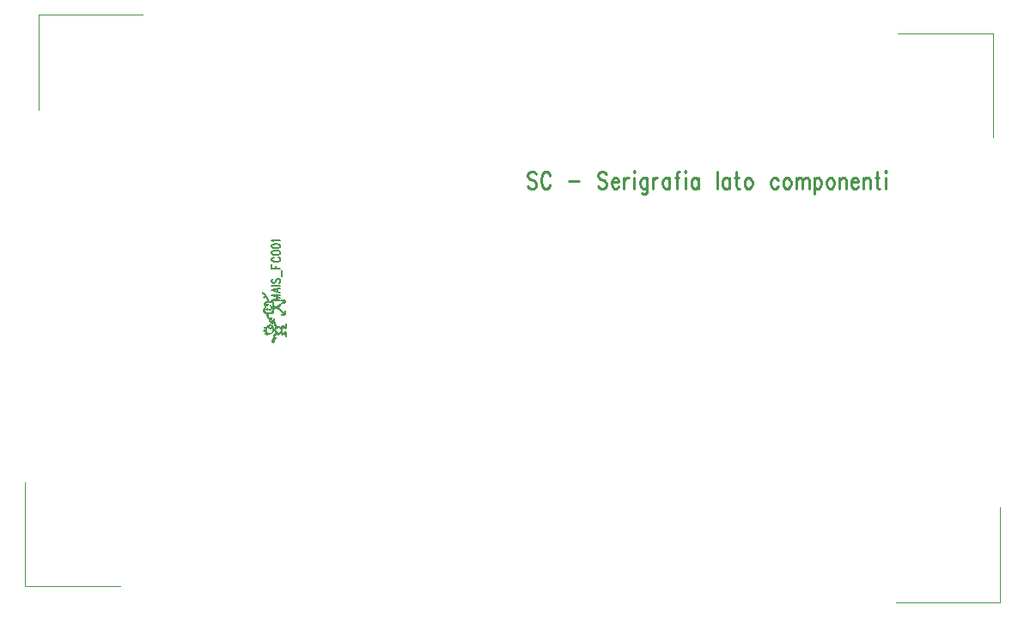
<source format=gbr>
*
*
G04 PADS Layout (Build Number 2008.43.1) generated Gerber (RS-274-X) file*
G04 PC Version=2.1*
*
%IN "P2007_0000_RBCS_RC_MAIS"*%
*
%MOIN*%
*
%FSLAX35Y35*%
*
*
*
*
G04 PC Standard Apertures*
*
*
G04 Thermal Relief Aperture macro.*
%AMTER*
1,1,$1,0,0*
1,0,$1-$2,0,0*
21,0,$3,$4,0,0,45*
21,0,$3,$4,0,0,135*
%
*
*
G04 Annular Aperture macro.*
%AMANN*
1,1,$1,0,0*
1,0,$2,0,0*
%
*
*
G04 Odd Aperture macro.*
%AMODD*
1,1,$1,0,0*
1,0,$1-0.005,0,0*
%
*
*
G04 PC Custom Aperture Macros*
*
*
*
*
*
*
G04 PC Aperture Table*
*
%ADD010C,0.01*%
%ADD040C,0.001*%
%ADD154C,0.004*%
%ADD158C,0.006*%
*
*
*
*
G04 PC Circuitry*
G04 Layer Name P2007_0000_RBCS_RC_MAIS - circuitry*
%LPD*%
*
*
G04 PC Custom Flashes*
G04 Layer Name P2007_0000_RBCS_RC_MAIS - flashes*
%LPD*%
*
*
G04 PC Circuitry*
G04 Layer Name P2007_0000_RBCS_RC_MAIS - circuitry*
%LPD*%
*
G54D10*
G01X514599Y469405D02*
X514145Y470030D01*
X513463Y470342*
X512554*
X511872Y470030*
X511417Y469405*
Y468780*
X511645Y468155*
X511872Y467842*
X512326Y467530*
X513690Y466905*
X514145Y466592*
X514372Y466280*
X514599Y465655*
Y464717*
X514145Y464092*
X513463Y463780*
X512554*
X511872Y464092*
X511417Y464717*
X520054Y468780D02*
X519826Y469405D01*
X519372Y470030*
X518917Y470342*
X518008*
X517554Y470030*
X517099Y469405*
X516872Y468780*
X516645Y467842*
Y466280*
X516872Y465342*
X517099Y464717*
X517554Y464092*
X518008Y463780*
X518917*
X519372Y464092*
X519826Y464717*
X520054Y465342*
X527326Y466592D02*
X531417D01*
X541872Y469405D02*
X541417Y470030D01*
X540736Y470342*
X539826*
X539145Y470030*
X538690Y469405*
Y468780*
X538917Y468155*
X539145Y467842*
X539599Y467530*
X540963Y466905*
X541417Y466592*
X541645Y466280*
X541872Y465655*
Y464717*
X541417Y464092*
X540736Y463780*
X539826*
X539145Y464092*
X538690Y464717*
X543917Y466280D02*
X546645D01*
Y466905*
X546417Y467530*
X546190Y467842*
X545736Y468155*
X545054*
X544599Y467842*
X544145Y467217*
X543917Y466280*
Y465655*
X544145Y464717*
X544599Y464092*
X545054Y463780*
X545736*
X546190Y464092*
X546645Y464717*
X548690Y468155D02*
Y463780D01*
Y466280D02*
X548917Y467217D01*
X549372Y467842*
X549826Y468155*
X550508*
X552554Y470342D02*
X552781Y470030D01*
X553008Y470342*
X552781Y470655*
X552554Y470342*
X552781Y468155D02*
Y463780D01*
X557781Y468155D02*
Y463155D01*
X557554Y462217*
X557326Y461905*
X556872Y461592*
X556190*
X555736Y461905*
X557781Y467217D02*
X557326Y467842D01*
X556872Y468155*
X556190*
X555736Y467842*
X555281Y467217*
X555054Y466280*
Y465655*
X555281Y464717*
X555736Y464092*
X556190Y463780*
X556872*
X557326Y464092*
X557781Y464717*
X559826Y468155D02*
Y463780D01*
Y466280D02*
X560054Y467217D01*
X560508Y467842*
X560963Y468155*
X561645*
X566417D02*
Y463780D01*
Y467217D02*
X565963Y467842D01*
X565508Y468155*
X564826*
X564372Y467842*
X563917Y467217*
X563690Y466280*
Y465655*
X563917Y464717*
X564372Y464092*
X564826Y463780*
X565508*
X565963Y464092*
X566417Y464717*
X570281Y470342D02*
X569826D01*
X569372Y470030*
X569145Y469092*
Y463780*
X568463Y468155D02*
X570054D01*
X572326Y470342D02*
X572554Y470030D01*
X572781Y470342*
X572554Y470655*
X572326Y470342*
X572554Y468155D02*
Y463780D01*
X577554Y468155D02*
Y463780D01*
Y467217D02*
X577099Y467842D01*
X576645Y468155*
X575963*
X575508Y467842*
X575054Y467217*
X574826Y466280*
Y465655*
X575054Y464717*
X575508Y464092*
X575963Y463780*
X576645*
X577099Y464092*
X577554Y464717*
X584826Y470342D02*
Y463780D01*
X589599Y468155D02*
Y463780D01*
Y467217D02*
X589145Y467842D01*
X588690Y468155*
X588008*
X587554Y467842*
X587099Y467217*
X586872Y466280*
Y465655*
X587099Y464717*
X587554Y464092*
X588008Y463780*
X588690*
X589145Y464092*
X589599Y464717*
X592326Y470342D02*
Y465030D01*
X592554Y464092*
X593008Y463780*
X593463*
X591645Y468155D02*
X593236D01*
X596645D02*
X596190Y467842D01*
X595736Y467217*
X595508Y466280*
Y465655*
X595736Y464717*
X596190Y464092*
X596645Y463780*
X597326*
X597781Y464092*
X598236Y464717*
X598463Y465655*
Y466280*
X598236Y467217*
X597781Y467842*
X597326Y468155*
X596645*
X608463Y467217D02*
X608008Y467842D01*
X607554Y468155*
X606872*
X606417Y467842*
X605963Y467217*
X605736Y466280*
Y465655*
X605963Y464717*
X606417Y464092*
X606872Y463780*
X607554*
X608008Y464092*
X608463Y464717*
X611645Y468155D02*
X611190Y467842D01*
X610736Y467217*
X610508Y466280*
Y465655*
X610736Y464717*
X611190Y464092*
X611645Y463780*
X612326*
X612781Y464092*
X613236Y464717*
X613463Y465655*
Y466280*
X613236Y467217*
X612781Y467842*
X612326Y468155*
X611645*
X615508D02*
Y463780D01*
Y466905D02*
X616190Y467842D01*
X616645Y468155*
X617326*
X617781Y467842*
X618008Y466905*
Y463780*
Y466905D02*
X618690Y467842D01*
X619145Y468155*
X619826*
X620281Y467842*
X620508Y466905*
Y463780*
X622554Y468155D02*
Y461592D01*
Y467217D02*
X623008Y467842D01*
X623463Y468155*
X624145*
X624599Y467842*
X625054Y467217*
X625281Y466280*
Y465655*
X625054Y464717*
X624599Y464092*
X624145Y463780*
X623463*
X623008Y464092*
X622554Y464717*
X628463Y468155D02*
X628008Y467842D01*
X627554Y467217*
X627326Y466280*
Y465655*
X627554Y464717*
X628008Y464092*
X628463Y463780*
X629145*
X629599Y464092*
X630054Y464717*
X630281Y465655*
Y466280*
X630054Y467217*
X629599Y467842*
X629145Y468155*
X628463*
X632326D02*
Y463780D01*
Y466905D02*
X633008Y467842D01*
X633463Y468155*
X634145*
X634599Y467842*
X634826Y466905*
Y463780*
X636872Y466280D02*
X639599D01*
Y466905*
X639372Y467530*
X639145Y467842*
X638690Y468155*
X638008*
X637554Y467842*
X637099Y467217*
X636872Y466280*
Y465655*
X637099Y464717*
X637554Y464092*
X638008Y463780*
X638690*
X639145Y464092*
X639599Y464717*
X641645Y468155D02*
Y463780D01*
Y466905D02*
X642326Y467842D01*
X642781Y468155*
X643463*
X643917Y467842*
X644145Y466905*
Y463780*
X646872Y470342D02*
Y465030D01*
X647099Y464092*
X647554Y463780*
X648008*
X646190Y468155D02*
X647781D01*
X650054Y470342D02*
X650281Y470030D01*
X650508Y470342*
X650281Y470655*
X650054Y470342*
X650281Y468155D02*
Y463780D01*
G54D40*
X654331Y303150D02*
X694488D01*
Y340157*
X692126Y483858D02*
Y524016D01*
X655118*
X316142Y349606D02*
Y309449D01*
X353150*
X361811Y531496D02*
X321654D01*
Y494488*
G54D154*
X417352Y416316D02*
X417429Y416103D01*
Y415731*
X417429*
X417352Y416316*
X417401Y415442D02*
X417352Y416316D01*
X417429Y415731*
X417429*
X417401Y415442*
X417303Y415196*
X417352Y416316*
X417352*
X417401Y415442*
X417248Y416381D02*
X417352Y416316D01*
X417303Y415196*
X417303*
X417248Y416381*
X417303Y415196D02*
X417090Y414929D01*
X417118Y416348*
X417118*
X417303Y415196*
X417248Y416381D02*
X417303Y415196D01*
X417118Y416348*
X417118*
X417248Y416381*
X417074Y420599D02*
X417227Y420260D01*
Y420020*
X417227*
X417074Y420599*
X417227Y419605D02*
X417074Y420599D01*
X417227Y420020*
X417227*
Y419605*
X417096Y419398D02*
X417074Y420599D01*
X417227Y419605*
X417227*
X417096Y419398*
X417014Y416261D02*
X417118Y416348D01*
X417090Y414929*
X417090*
X417014Y416261*
X417096Y419398D02*
X416971Y419354D01*
X417074Y420599*
X417074*
X417096Y419398*
X417090Y414929D02*
X416861Y414792D01*
X416932Y415720*
X416932*
X417090Y414929*
X416954Y415873D02*
X417090Y414929D01*
X416932Y415720*
X416932*
X416954Y415873*
Y416059D02*
X417090Y414929D01*
X416954Y415873*
X416954*
Y416059*
X417014Y416261D02*
X417090Y414929D01*
X416954Y416059*
X416954*
X417014Y416261*
X416954Y420719D02*
X417074Y420599D01*
X416971Y419354*
X416971*
X416954Y420719*
X416971Y419354D02*
X416790Y419447D01*
X416954Y420719*
X416954*
X416971Y419354*
X416691Y420828D02*
X416954Y420719D01*
X416790Y419447*
X416790*
X416691Y420828*
X416698Y419518D02*
X416691Y420828D01*
X416790Y419447*
X416790*
X416698Y419518*
X416845Y415639D02*
X416932Y415720D01*
X416861Y414792*
X416861*
X416845Y415639*
X416861Y414792D02*
X416550Y414705D01*
X416654Y415693*
X416654*
X416861Y414792*
X416768Y415639D02*
X416861Y414792D01*
X416654Y415693*
X416654*
X416768Y415639*
X416845D02*
X416861Y414792D01*
X416768Y415639*
X416768*
X416845*
X416698Y419518D02*
X416610Y419671D01*
X416691Y420828*
X416691*
X416698Y419518*
X416445Y420877D02*
X416691Y420828D01*
X416610Y419671*
X416610*
X416445Y420877*
X416523Y419720D02*
X416445Y420877D01*
X416610Y419671*
X416610*
X416523Y419720*
X416445Y415852D02*
X416654Y415693D01*
X416550Y414705*
X416550*
X416445Y415852*
X416550Y414705D02*
X416309Y414683D01*
X416331Y415141*
X416331*
X416550Y414705*
X416380Y415196D02*
X416550Y414705D01*
X416331Y415141*
X416331*
X416380Y415196*
Y415327D02*
X416550Y414705D01*
X416380Y415196*
X416380*
Y415327*
X416445Y415852D02*
X416550Y414705D01*
X416380Y415327*
X416380*
X416445Y415852*
X416523Y419720D02*
X416392Y419643D01*
X416445Y420877*
X416445*
X416523Y419720*
X416216Y420877D02*
X416445D01*
X416392Y419643*
X416392*
X416216Y420877*
X416271Y420097D02*
X416216Y420877D01*
X416392Y419643*
X416392*
X416271Y420097*
X416243Y420206D02*
X416216Y420877D01*
X416271Y420097*
X416271*
X416243Y420206*
X416314Y415962D02*
X416445Y415852D01*
X416380Y415327*
X416380*
X416314Y415962*
X416353Y415414D02*
X416314Y415962D01*
X416314D02*
X416380Y415327D01*
X416380*
X416353Y415414*
X416392Y419643D02*
X416140Y419463D01*
X416200Y419960*
X416200*
X416392Y419643*
X416271Y420097D02*
X416392Y419643D01*
X416200Y419960*
X416200*
X416271Y420097*
X416353Y415414D02*
X416134Y415661D01*
X416314Y415962*
X416314D02*
X416314D01*
X416314D02*
X416353Y415414D01*
X416255Y415114D02*
X416331Y415141D01*
X416309Y414683*
X416309*
X416255Y415114*
X416118Y416142D02*
X416314Y415962D01*
X416314D02*
X416134Y415661D01*
X416134*
X416118Y416142*
X416309Y414683D02*
X416009Y414710D01*
X416140Y415114*
X416140*
X416309Y414683*
X416255Y415114D02*
X416309Y414683D01*
X416140Y415114*
X416140*
X416255*
X416243Y420206D02*
X416063Y420288D01*
X416216Y420877*
X416216*
X416243Y420206*
X415949Y420828D02*
X416216Y420877D01*
X416063Y420288*
X416063*
X415949Y420828*
X416020Y419774D02*
X416200Y419960D01*
X416140Y419463*
X416140*
X416020Y419774*
X415976Y415114D02*
X416140D01*
X416009Y414710*
X416009*
X415976Y415114*
X416140Y419463D02*
X415910Y419255D01*
X416020Y419774*
X416020*
X416140Y419463*
X416134Y415661D02*
X415926Y415885D01*
X416118Y416142*
X416118*
X416134Y415661*
X415905Y416305D02*
X416118Y416142D01*
X415926Y415885*
X415926*
X415905Y416305*
X416063Y420288D02*
X415845Y420331D01*
X415949Y420828*
X415949*
X416063Y420288*
X415850Y419616D02*
X416020Y419774D01*
X415910Y419255*
X415910*
X415850Y419616*
X416009Y414710D02*
X415818Y414775D01*
X415976Y415114*
X415976*
X416009Y414710*
X415813Y415092D02*
X415976Y415114D01*
X415818Y414775*
X415818*
X415813Y415092*
X415741Y420713D02*
X415949Y420828D01*
X415845Y420331*
X415845*
X415741Y420713*
X415926Y415885D02*
X415686Y416109D01*
X415719Y416535*
X415719*
X415926Y415885*
X415905Y416305D02*
X415926Y415885D01*
X415719Y416535*
X415719*
X415905Y416305*
X415910Y419255D02*
X415681Y419042D01*
X415850Y419616*
X415850*
X415910Y419255*
X415539Y419332D02*
X415850Y419616D01*
X415681Y419042*
X415681*
X415539Y419332*
X415845Y420331D02*
X415703Y420430D01*
X415741Y420713*
X415741*
X415845Y420331*
X415818Y414775D02*
X415704Y414863D01*
X415709Y415027*
X415709*
X415818Y414775*
X415813Y415092D02*
X415818Y414775D01*
X415709Y415027*
X415709*
X415813Y415092*
X415643Y420604D02*
X415741Y420713D01*
X415703Y420430*
X415703*
X415643Y420604*
X415485Y416748D02*
X415719Y416535D01*
X415686Y416109*
X415686*
X415485Y416748*
X415682Y414934D02*
X415709Y415027D01*
X415704Y414863*
X415704*
X415682Y414934*
X415703Y420430D02*
X415643Y420522D01*
Y420604*
X415643*
X415703Y420430*
X415686Y416109D02*
X415375Y416376D01*
X415485Y416748*
X415485*
X415686Y416109*
X415681Y419042D02*
X415414Y418775D01*
X415539Y419332*
X415539*
X415681Y419042*
X415309Y419124D02*
X415539Y419332D01*
X415414Y418775*
X415414*
X415309Y419124*
X415359Y416873D02*
X415485Y416748D01*
X415375Y416376*
X415375*
X415359Y416873*
X415414Y418775D02*
X415156Y418490D01*
X415309Y419124*
X415309*
X415414Y418775*
X415375Y416376D02*
X414883Y416786D01*
X415009Y417240*
X415009*
X415375Y416376*
X415151Y417114D02*
X415375Y416376D01*
X415009Y417240*
X415009*
X415151Y417114*
X415359Y416873D02*
X415375Y416376D01*
X415151Y417114*
X415151*
X415359Y416873*
X415031Y418917D02*
X415309Y419124D01*
X415156Y418490*
X415156*
X415031Y418917*
X415156Y418490D02*
X414921Y418201D01*
X415031Y418917*
X415031*
X415156Y418490*
X414796Y418726D02*
X415031Y418917D01*
X414921Y418201*
X414921*
X414796Y418726*
X414834Y418043D02*
X414796Y418726D01*
X414921Y418201*
X414921*
X414834Y418043*
X414851Y417480D02*
X415009Y417240D01*
X414883Y416786*
X414883*
X414851Y417480*
X414883Y416786D02*
X414479Y417048D01*
X414730Y417666*
X414730*
X414883Y416786*
X414851Y417480D02*
X414883Y416786D01*
X414730Y417666*
X414730*
X414851Y417480*
X414834Y418043D02*
X414730Y417819D01*
X414796Y418726*
X414796*
X414834Y418043*
X414457Y418490D02*
X414796Y418726D01*
X414730Y417819*
X414730*
X414457Y418490*
X414730Y417666D02*
X414457Y418490D01*
X414730Y417819*
X414730*
Y417666*
X414479Y417048D02*
X414457Y418490D01*
X414730Y417666*
X414730*
X414479Y417048*
X414036Y417288*
X414053Y418228*
X414053*
X414479Y417048*
X414227Y418348D02*
X414479Y417048D01*
X414053Y418228*
X414053*
X414227Y418348*
X414457Y418490D02*
X414479Y417048D01*
X414227Y418348*
X414227*
X414457Y418490*
X413845Y418119D02*
X414053Y418228D01*
X414036Y417288*
X414036*
X413845Y418119*
X414036Y417288D02*
X413791Y417387D01*
X413845Y418119*
X413845*
X414036Y417288*
X413660Y418048D02*
X413845Y418119D01*
X413791Y417387*
X413791*
X413660Y418048*
X413791Y417387D02*
X413605Y417436D01*
X413660Y418048*
X413660*
X413791Y417387*
X413556Y418015D02*
X413660Y418048D01*
X413605Y417436*
X413605*
X413556Y418015*
X413605Y417436D02*
X413392D01*
X413397Y418015*
X413397*
X413605Y417436*
X413556Y418015D02*
X413605Y417436D01*
X413397Y418015*
X413397*
X413556*
X413233D02*
X413397D01*
X413392Y417436*
X413392*
X413233Y418015*
X413392Y417436D02*
X413222Y417354D01*
X413233Y418015*
X413233*
X413392Y417436*
X413026Y418108D02*
X413233Y418015D01*
X413222Y417354*
X413222*
X413026Y418108*
X413222Y417354D02*
X412971Y417184D01*
X413026Y418108*
X413026*
X413222Y417354*
X412857Y418239D02*
X413026Y418108D01*
X412971Y417184*
X412971*
X412857Y418239*
X412971Y417184D02*
X412829Y417042D01*
X412857Y418239*
X412857*
X412971Y417184*
X412753Y418359D02*
X412857Y418239D01*
X412829Y417042*
X412829*
X412753Y418359*
X412829Y417042D02*
X412627Y416769D01*
X412671Y418644*
X412671*
X412829Y417042*
X412753Y418359D02*
X412829Y417042D01*
X412671Y418644*
X412671*
X412753Y418359*
X412616Y419714D02*
X412671Y419485D01*
Y419042*
X412671*
X412616Y419714*
X412671Y418644D02*
X412616Y419714D01*
X412671Y419042*
X412671*
Y418644*
X412627Y416769D02*
X412616Y419714D01*
X412671Y418644*
X412671*
X412627Y416769*
X412535Y416535*
X412616Y419714*
X412616*
X412627Y416769*
X412507Y419851D02*
X412616Y419714D01*
X412535Y416535*
X412535*
X412507Y419851*
X412513Y416251D02*
X412507Y419851D01*
X412535Y416535*
X412535*
X412513Y416251*
X412490Y415836*
X412507Y419851*
X412507*
X412513Y416251*
X412354Y419954D02*
X412507Y419851D01*
X412490Y415836*
X412490*
X412354Y419954*
X412419Y415601D02*
X412354Y419954D01*
X412490Y415836*
X412490*
X412419Y415601*
X412283Y415426*
X412313Y419175*
X412313*
X412419Y415601*
X412354Y419954D02*
X412419Y415601D01*
X412313Y419175*
X412313*
X412354Y419954*
X412118Y420031D02*
X412354Y419954D01*
X412288Y419398*
X412288*
X412118Y420031*
X412313Y419175D02*
X412288Y419398D01*
X412354Y419954*
X412354*
X412313Y419175*
X412189Y419567D02*
X412118Y420031D01*
X412288Y419398*
X412288*
X412189Y419567*
X412268Y418738D02*
X412313Y419175D01*
X412283Y415426*
X412283*
X412268Y418738*
X412283Y415426D02*
X412124Y415306D01*
X412129Y416762*
X412129*
X412283Y415426*
X412149Y417169D02*
X412283Y415426D01*
X412129Y416762*
X412129*
X412149Y417169*
X412179Y417481D02*
X412283Y415426D01*
X412149Y417169*
X412149*
X412179Y417481*
X412204Y417781D02*
X412283Y415426D01*
X412179Y417481*
X412179*
X412204Y417781*
Y418088D02*
X412283Y415426D01*
X412204Y417781*
X412204*
Y418088*
X412224Y418386D02*
X412283Y415426D01*
X412204Y418088*
X412204*
X412224Y418386*
X412268Y418738D02*
X412283Y415426D01*
X412224Y418386*
X412224*
X412268Y418738*
X412189Y419567D02*
X411930Y419681D01*
X412118Y420031*
X412118*
X412189Y419567*
X412104Y416360D02*
X412129Y416762D01*
X412124Y415306*
X412124*
X412104Y416360*
X412124Y415306D02*
X411868Y415273D01*
X411871Y415745*
X411871*
X412124Y415306*
X411980Y415859D02*
X412124Y415306D01*
X411871Y415745*
X411871*
X411980Y415859*
X412040Y415963D02*
X412124Y415306D01*
X411980Y415859*
X411980*
X412040Y415963*
X412085Y416191D02*
X412124Y415306D01*
X412040Y415963*
X412040*
X412085Y416191*
X412104Y416360D02*
X412124Y415306D01*
X412085Y416191*
X412085*
X412104Y416360*
X411829Y420064D02*
X412118Y420031D01*
X411930Y419681*
X411930*
X411829Y420064*
X411930Y419681D02*
X411712Y419731D01*
X411829Y420064*
X411829D02*
X411829D01*
X411829D02*
X411930Y419681D01*
X411873Y413568D02*
X411829Y413470D01*
X411835Y413704*
X411835*
X411873Y413568*
X411752Y415690D02*
X411871Y415745D01*
X411868Y415273*
X411868*
X411752Y415690*
X411868Y415273D02*
X411496D01*
X411549Y415690*
X411549*
X411868Y415273*
X411752Y415690D02*
X411868Y415273D01*
X411549Y415690*
X411549*
X411752*
X411736Y413825D02*
X411835Y413704D01*
X411829Y413470*
X411829*
X411736Y413825*
X411829Y413470D02*
X411660Y413388D01*
X411736Y413825*
X411736*
X411829Y413470*
X410960Y420064D02*
X411829D01*
X411829D02*
X411712Y419731D01*
X411712*
X410960Y420064*
X411375Y419751D02*
X410960Y420064D01*
X410960D02*
X411712Y419731D01*
X411712*
X411375Y419751*
X411627Y413885D02*
X411736Y413825D01*
X411660Y413388*
X411660*
X411627Y413885*
X411682Y412307D02*
X411644Y412094D01*
Y412411*
X411644*
X411682Y412307*
X411660Y413388D02*
X411458Y413279D01*
X411627Y413885*
X411627*
X411660Y413388*
X411557Y412514D02*
X411644Y412411D01*
Y412094*
X411644*
X411557Y412514*
X411606Y411957D02*
X411557Y412514D01*
X411644Y412094*
X411644*
X411606Y411957*
X411446Y413853D02*
X411627Y413885D01*
X411458Y413279*
X411458*
X411446Y413853*
X411606Y411957D02*
X411540Y411875D01*
X411557Y412514*
X411557*
X411606Y411957*
X411436Y412651D02*
X411557Y412514D01*
X411540Y411875*
X411540*
X411436Y412651*
X411485Y411886D02*
X411436Y412651D01*
X411540Y411875*
X411540*
X411485Y411886*
X411191Y415690D02*
X411549D01*
X411496Y415273*
X411496*
X411191Y415690*
X411496Y415273D02*
X410562Y415300D01*
X410829Y415750*
X410829*
X411496Y415273*
X411191Y415690D02*
X411496Y415273D01*
X410829Y415750*
X410829*
X411191Y415690*
X411485Y411886D02*
X411409Y411941D01*
X411436Y412651*
X411436*
X411485Y411886*
X411458Y413279D02*
X411338Y413164D01*
X411446Y413853*
X411446*
X411458Y413279*
X411316Y413749D02*
X411446Y413853D01*
X411338Y413164*
X411338*
X411316Y413749*
X411355Y412809D02*
X411436Y412651D01*
X411409Y411941*
X411409*
X411355Y412809*
X411409Y411941D02*
X411294Y412055D01*
X411295Y412902*
X411295*
X411409Y411941*
X411355Y412809D02*
X411409Y411941D01*
X411295Y412902*
X411295*
X411355Y412809*
X411375Y419751D02*
X410952D01*
X410960Y420064*
X410960D02*
X410960D01*
X410960D02*
X411375Y419751D01*
X411338Y413164D02*
X411295Y413071D01*
X411316Y413749*
X411316*
X411338Y413164*
X411217Y413601D02*
X411316Y413749D01*
X411295Y413071*
X411295*
X411217Y413601*
X411295Y412902D02*
X411217Y413601D01*
X411295Y413071*
X411295*
Y412902*
X411294Y412055D02*
X411217Y413601D01*
X411295Y412902*
X411295*
X411294Y412055*
X411185Y412214*
X411217Y413601*
X411217*
X411294Y412055*
X411163Y413481D02*
X411217Y413601D01*
X411185Y412214*
X411185*
X411163Y413481*
X411185Y412214D02*
X411092Y412377D01*
X411097Y413438*
X411097*
X411185Y412214*
X411163Y413481D02*
X411185Y412214D01*
X411097Y413438*
X411097*
X411163Y413481*
X410994Y413492D02*
X411097Y413438D01*
X411092Y412377*
X411092*
X410994Y413492*
X410999Y412541D02*
X410994Y413492D01*
X411092Y412377*
X411092*
X410999Y412541*
X410928Y412721*
X410994Y413492*
X410994*
X410999Y412541*
X410873Y413640D02*
X410994Y413492D01*
X410928Y412721*
X410928*
X410873Y413640*
X410890Y412896D02*
X410873Y413640D01*
X410928Y412721*
X410928*
X410890Y412896*
X410753Y420337D02*
X410960Y420064D01*
X410960D02*
X410952Y419751D01*
X410952*
X410753Y420337*
X410952Y419751D02*
X410486Y419796D01*
X410655Y420550*
X410655*
X410952Y419751*
X410578Y420785D02*
X410655Y420550D01*
X410486Y419796*
X410486*
X410578Y420785*
X410496Y421069D02*
X410578Y420785D01*
X410486Y419796*
X410486*
X410496Y421069*
X410753Y420337D02*
X410952Y419751D01*
X410655Y420550*
X410655*
X410753Y420337*
X410890Y412896D02*
X410868Y413076D01*
X410873Y413640*
X410873*
X410890Y412896*
X410770Y413803D02*
X410873Y413640D01*
X410868Y413076*
X410868*
X410770Y413803*
X410836Y413158D02*
X410770Y413803D01*
X410868Y413076*
X410868*
X410836Y413158*
X410699Y413289*
X410770Y413803*
X410770*
X410836Y413158*
X410457Y415750D02*
X410829D01*
X410562Y415300*
X410562*
X410457Y415750*
X410535Y415246D02*
X410457Y415750D01*
X410562Y415300*
X410562*
X410535Y415246*
Y414716D02*
X410457Y415750D01*
X410535Y415246*
X410535*
Y414716*
X410672Y413989D02*
X410770Y413803D01*
X410699Y413289*
X410699*
X410672Y413989*
X410699Y413289D02*
X410551Y413437D01*
X410557Y414404*
X410557*
X410699Y413289*
X410601Y414218D02*
X410699Y413289D01*
X410557Y414404*
X410557*
X410601Y414218*
X410672Y413989D02*
X410699Y413289D01*
X410601Y414218*
X410601*
X410672Y413989*
X410535Y414716D02*
X410557Y414404D01*
X410551Y413437*
X410551*
X410535Y414716*
X410551Y413437D02*
X410414Y413606D01*
X410457Y415750*
X410457*
X410551Y413437*
X410535Y414716D02*
X410551Y413437D01*
X410457Y415750*
X410457*
X410535Y414716*
X410398Y421326D02*
X410496Y421069D01*
X410486Y419796*
X410486*
X410398Y421326*
X410486Y419796D02*
X410099Y419825D01*
X410333Y420069*
X410333*
X410486Y419796*
X410333Y420157D02*
X410486Y419796D01*
X410333Y420069*
X410333*
Y420157*
X410398Y421326D02*
X410486Y419796D01*
X410333Y420157*
X410333*
X410398Y421326*
X410059Y415779D02*
X410457Y415750D01*
X410414Y413606*
X410414*
X410059Y415779*
X410310Y413792D02*
X410059Y415779D01*
X410414Y413606*
X410414*
X410310Y413792*
X410207Y414016D02*
X410059Y415779D01*
X410310Y413792*
X410310*
X410207Y414016*
X410125Y414737D02*
X410059Y415779D01*
X410207Y414016*
X410207*
X410125Y414737*
X410158Y414212D02*
X410125Y414737D01*
X410207Y414016*
X410207*
X410158Y414212*
X410103Y415000D02*
X410059Y415779D01*
X410125Y414737*
X410125*
X410103Y415000*
X410245Y421626D02*
X410398Y421326D01*
X410333Y420157*
X410333*
X410245Y421626*
X410294Y420309D02*
X410245Y421626D01*
X410333Y420157*
X410333*
X410294Y420309*
X410251Y420462D02*
X410245Y421626D01*
X410294Y420309*
X410294*
X410251Y420462*
X409983Y420069D02*
X410333D01*
X410099Y419825*
X410099*
X409983Y420069*
X410251Y420462D02*
X410218Y420621D01*
X410245Y421626*
X410245*
X410251Y420462*
X410087Y421899D02*
X410245Y421626D01*
X410218Y420621*
X410218*
X410087Y421899*
X410163Y420795D02*
X410087Y421899D01*
X410218Y420621*
X410218*
X410163Y420795*
X410120Y420965D02*
X410087Y421899D01*
X410163Y420795*
X410163*
X410120Y420965*
X410158Y414212D02*
X410125Y414431D01*
Y414737*
X410125*
X410158Y414212*
X410120Y420965D02*
X410037Y421173D01*
X410087Y421899*
X410087*
X410120Y420965*
X410103Y415000D02*
X410043Y415207D01*
X410059Y415779*
X410059*
X410103Y415000*
X410099Y419825D02*
X409940Y419805D01*
X409983Y420069*
X409983*
X410099Y419825*
X409884Y422156D02*
X410087Y421899D01*
X410037Y421173*
X410037*
X409884Y422156*
X409944Y421337D02*
X409884Y422156D01*
X410037Y421173*
X410037*
X409944Y421337*
X409781Y415779D02*
X410059D01*
X410043Y415207*
X410043*
X409781Y415779*
X409939Y415338D02*
X409781Y415779D01*
X410043Y415207*
X410043*
X409939Y415338*
X409814Y415376D02*
X409781Y415779D01*
X409939Y415338*
X409939*
X409814Y415376*
X409742Y420069D02*
X409983D01*
X409940Y419805*
X409940*
X409742Y420069*
X409746Y419671D02*
X409742Y420069D01*
X409940Y419805*
X409940*
X409746Y419671*
X409944Y421337D02*
X409841Y421512D01*
X409884Y422156*
X409884*
X409944Y421337*
X409693Y422342D02*
X409884Y422156D01*
X409841Y421512*
X409841*
X409693Y422342*
X409841Y421512D02*
X409677Y421801D01*
X409693Y422342*
X409693*
X409841Y421512*
X409814Y415376D02*
X409639Y415409D01*
X409781Y415779*
X409781*
X409814Y415376*
X409628Y415844D02*
X409781Y415779D01*
X409639Y415409*
X409639*
X409628Y415844*
X409746Y419671D02*
X409627Y419527D01*
X409742Y420069*
X409742*
X409746Y419671*
X409573Y420020D02*
X409742Y420069D01*
X409627Y419527*
X409627*
X409573Y420020*
X409584Y422446D02*
X409693Y422342D01*
X409677Y421801*
X409677*
X409584Y422446*
X409677Y421801D02*
X409541Y421997D01*
X409546Y422604*
X409546*
X409677Y421801*
X409584Y422446D02*
X409677Y421801D01*
X409546Y422604*
X409546*
X409584Y422446*
X409639Y415409D02*
X409464Y415431D01*
X409474Y415958*
X409474*
X409639Y415409*
X409628Y415844D02*
X409639Y415409D01*
X409474Y415958*
X409474*
X409628Y415844*
X409627Y419527D02*
X409523Y419299D01*
X409573Y420020*
X409573*
X409627Y419527*
X409475Y419965D02*
X409573Y420020D01*
X409523Y419299*
X409523*
X409475Y419965*
X409481Y422795D02*
X409546Y422604D01*
X409541Y421997*
X409541*
X409481Y422795*
Y422019D02*
Y422795D01*
X409541Y421997*
X409541*
X409481Y422019*
X409523Y419299D02*
X409464Y419080D01*
X409475Y419965*
X409475*
X409523Y419299*
X409469Y418579D02*
X409508Y418391D01*
Y418138*
X409508*
X409469Y418579*
X409474Y417730D02*
X409469Y418579D01*
X409508Y418138*
X409508*
X409474Y417730*
X409481Y422019D02*
X409442Y421948D01*
X409481Y422795*
X409481*
Y422019*
X409332Y422981D02*
X409481Y422795D01*
X409442Y421948*
X409442*
X409332Y422981*
X409382Y421834D02*
X409332Y422981D01*
X409442Y421948*
X409442*
X409382Y421834*
X409360Y419851D02*
X409475Y419965D01*
X409464Y419080*
X409464*
X409360Y419851*
X409444Y418852D02*
X409360Y419851D01*
X409464Y419080*
X409464*
X409444Y418852*
X409409Y417427D02*
X409360Y419851D01*
X409444Y418852*
X409444*
X409409Y417427*
X409305Y416122D02*
X409474Y415958D01*
X409464Y415431*
X409464*
X409305Y416122*
X409474Y417730D02*
X409409Y417427D01*
X409444Y418852*
X409444*
X409474Y417730*
X409469Y418579D02*
X409474Y417730D01*
X409444Y418852*
X409444*
X409469Y418579*
X409464Y415431D02*
X409284Y415513D01*
X409305Y416122*
X409305*
X409464Y415431*
X409409Y417427D02*
X409340Y417149D01*
X409360Y419851*
X409360*
X409409Y417427*
X409382Y421834D02*
X409311Y421653D01*
X409332Y422981*
X409332*
X409382Y421834*
X409234Y419703D02*
X409360Y419851D01*
X409340Y417149*
X409340*
X409234Y419703*
X409246Y416881D02*
X409234Y419703D01*
X409340Y417149*
X409340*
X409246Y416881*
X409207Y423106D02*
X409332Y422981D01*
X409311Y421653*
X409311*
X409207Y423106*
X409217Y422336D02*
X409207Y423106D01*
X409311Y421653*
X409311*
X409217Y422336*
X409219Y421566D02*
X409217Y422336D01*
X409311Y421653*
X409311*
X409219Y421566*
X409186Y416326D02*
X409305Y416122D01*
X409284Y415513*
X409284*
X409186Y416326*
X409284Y415513D02*
X409126Y415616D01*
X409186Y416326*
X409186*
X409284Y415513*
X409169Y417731D02*
X409186Y416326D01*
X409126Y415616*
X409126*
X409169Y417731*
X409246Y416881D02*
X409186Y416594D01*
X409229Y417911*
X409229*
X409246Y416881*
X409229Y418146D02*
X409246Y416881D01*
X409229Y417911*
X409229*
Y418146*
X409234Y419703D02*
X409246Y416881D01*
X409229Y418146*
X409229*
X409234Y419703*
X409114Y419528D02*
X409234Y419703D01*
X409229Y418146*
X409229*
X409114Y419528*
X409196Y418299D02*
X409114Y419528D01*
X409229Y418146*
X409229*
X409196Y418299*
X409130Y418506D02*
X409114Y419528D01*
X409196Y418299*
X409196*
X409130Y418506*
X409169Y417731D02*
X409229Y417911D01*
X409186Y416594*
X409186*
X409169Y417731*
X409186Y416326D02*
X409169Y417731D01*
X409186Y416594*
X409186*
Y416326*
X409219Y421566D02*
X409088Y421517D01*
X409097Y422134*
X409097*
X409219Y421566*
X409174Y422227D02*
X409219Y421566D01*
X409097Y422134*
X409097*
X409174Y422227*
X409217Y422336D02*
X409219Y421566D01*
X409174Y422227*
X409174*
X409217Y422336*
X409185Y422462*
X409207Y423106*
X409207*
X409217Y422336*
X409054Y423254D02*
X409207Y423106D01*
X409185Y422462*
X409185*
X409054Y423254*
X409136Y422560D02*
X409054Y423254D01*
X409185Y422462*
X409185*
X409136Y422560*
X409059Y417523D02*
X409169Y417731D01*
X409126Y415616*
X409126*
X409059Y417523*
X409136Y422560D02*
X408972Y422708D01*
X409054Y423254*
X409054*
X409136Y422560*
X409130Y418506D02*
X409070Y418665D01*
X409114Y419528*
X409114*
X409130Y418506*
X409126Y415616D02*
X408939Y415797D01*
X408956Y417392*
X408956*
X409126Y415616*
X409059Y417523D02*
X409126Y415616D01*
X408956Y417392*
X408956*
X409059Y417523*
X409032Y419381D02*
X409114Y419528D01*
X409070Y418665*
X409070*
X409032Y419381*
X408966Y422031D02*
X409097Y422134D01*
X409088Y421517*
X409088*
X408966Y422031*
X409088Y421517D02*
X408907Y421550D01*
X408966Y422031*
X408966*
X409088Y421517*
X409070Y418665D02*
X409005Y418846D01*
X409032Y419381*
X409032*
X409070Y418665*
X408835Y423412D02*
X409054Y423254D01*
X408972Y422708*
X408972*
X408835Y423412*
X408972Y419233D02*
X409032Y419381D01*
X409005Y418846*
X409005*
X408972Y419233*
X409005Y418846D02*
X408972Y419020D01*
Y419233*
X408972*
X409005Y418846*
X408972Y422708D02*
X408808Y422795D01*
X408835Y423412*
X408835*
X408972Y422708*
X408868Y421949D02*
X408966Y422031D01*
X408907Y421550*
X408907*
X408868Y421949*
X408863Y417278D02*
X408956Y417392D01*
X408939Y415797*
X408939*
X408863Y417278*
X408939Y415797D02*
X408802Y415950D01*
X408863Y417278*
X408863*
X408939Y415797*
X408907Y421550D02*
X408797Y421665D01*
X408803Y421889*
X408803*
X408907Y421550*
X408868Y421949D02*
X408907Y421550D01*
X408803Y421889*
X408803*
X408868Y421949*
X408748Y417136D02*
X408863Y417278D01*
X408802Y415950*
X408802*
X408748Y417136*
X408634Y423532D02*
X408835Y423412D01*
X408808Y422795*
X408808*
X408634Y423532*
X408808Y422795D02*
X408634Y422915D01*
Y423532*
X408634*
X408808Y422795*
X408765Y421791D02*
X408803Y421889D01*
X408797Y421665*
X408797*
X408765Y421791*
X408802Y415950D02*
X408710Y416125D01*
X408748Y417136*
X408748*
X408802Y415950*
X408639Y416949D02*
X408748Y417136D01*
X408710Y416125*
X408710*
X408639Y416949*
X408710Y416125D02*
X408639Y416327D01*
Y416949*
X408639*
X408710Y416125*
X408590Y416774D02*
X408639Y416949D01*
Y416327*
X408639*
X408590Y416774*
X408639Y416327D02*
X408590Y416540D01*
Y416774*
X408590*
X408639Y416327*
X408459Y423603D02*
X408634Y423532D01*
Y422915*
X408634*
X408459Y423603*
X408530Y422981D02*
X408459Y423603D01*
X408634Y422915*
X408634*
X408530Y422981*
X408421Y423063*
X408459Y423603*
X408459*
X408530Y422981*
X408361Y423570D02*
X408459Y423603D01*
X408421Y423063*
X408421*
X408361Y423570*
X408421Y423063D02*
X408339Y423194D01*
X408361Y423570*
X408361*
X408421Y423063*
X408284Y423456D02*
X408361Y423570D01*
X408339Y423194*
X408339*
X408284Y423456*
X408339Y423194D02*
X408284Y423297D01*
Y423456*
X408284*
X408339Y423194*
X411807Y418177D02*
X411840Y418068D01*
Y417824*
X411840*
X411807Y418177*
X411840Y417663D02*
X411807Y418177D01*
X411840Y417824*
X411840*
Y417663*
X411812Y417408D02*
X411807Y418177D01*
X411840Y417663*
X411840*
X411812Y417408*
X411790Y417250*
X411807Y418177*
X411807*
X411812Y417408*
X411731Y418303D02*
X411807Y418177D01*
X411790Y417250*
X411790*
X411731Y418303*
X411748Y417088D02*
X411731Y418303D01*
X411790Y417250*
X411790*
X411748Y417088*
X411687Y416971*
X411731Y418303*
X411731*
X411748Y417088*
X411622Y418444D02*
X411731Y418303D01*
X411655Y417712*
X411655*
X411622Y418444*
X411687Y416971D02*
X411655Y417712D01*
X411731Y418303*
X411731*
X411687Y416971*
X411627Y417937D02*
X411622Y418444D01*
X411655Y417712*
X411655*
X411627Y417937*
X411687Y416971D02*
X411560Y416871D01*
X411577Y417264*
X411577*
X411687Y416971*
X411625Y417376D02*
X411687Y416971D01*
X411577Y417264*
X411577*
X411625Y417376*
X411655Y417510D02*
X411687Y416971D01*
X411625Y417376*
X411625*
X411655Y417510*
Y417712D02*
X411687Y416971D01*
X411655Y417510*
X411655*
Y417712*
X411627Y417937D02*
X411544Y418126D01*
X411622Y418444*
X411622*
X411627Y417937*
X411524Y418522D02*
X411622Y418444D01*
X411544Y418126*
X411544*
X411524Y418522*
X411518Y417184D02*
X411577Y417264D01*
X411560Y416871*
X411560*
X411518Y417184*
X411560Y416871D02*
X411468Y416825D01*
X411518Y417184*
X411518*
X411560Y416871*
X411544Y418126D02*
X411481Y418261D01*
X411524Y418522*
X411524*
X411544Y418126*
X411413Y418581D02*
X411524Y418522D01*
X411481Y418261*
X411481*
X411413Y418581*
X411396Y417053D02*
X411518Y417184D01*
X411468Y416825*
X411468*
X411396Y417053*
X411481Y418261D02*
X411398Y418352D01*
X411413Y418581*
X411413*
X411481Y418261*
X411468Y416825D02*
X411335Y416784D01*
X411396Y417053*
X411396*
X411468Y416825*
X411269Y418627D02*
X411413Y418581D01*
X411398Y418352*
X411398*
X411269Y418627*
X411327Y418400D02*
X411269Y418627D01*
X411398Y418352*
X411398*
X411327Y418400*
X411315Y417010D02*
X411396Y417053D01*
X411335Y416784*
X411335*
X411315Y417010*
X411335Y416784D02*
X411193Y416760D01*
X411202Y416988*
X411202*
X411335Y416784*
X411315Y417010D02*
X411335Y416784D01*
X411202Y416988*
X411202*
X411315Y417010*
X411327Y418400D02*
X411228Y418462D01*
X411269Y418627*
X411269*
X411327Y418400*
X411189Y418620D02*
X411269Y418627D01*
X411228Y418462*
X411228*
X411189Y418620*
X411228Y418462D02*
X411159Y418509D01*
X411189Y418620*
X411189*
X411228Y418462*
X411113Y416955D02*
X411202Y416988D01*
X411193Y416760*
X411193*
X411113Y416955*
X411193Y416760D02*
X411104Y416799D01*
X411113Y416955*
X411113*
X411193Y416760*
X411152Y418575D02*
X411189Y418620D01*
X411159Y418509*
X411159*
X411152Y418575*
X411046Y416910D02*
X411113Y416955D01*
X411104Y416799*
X411104*
X411046Y416910*
X411104Y416799D02*
X411037Y416866D01*
X411046Y416910*
X411046*
X411104Y416799*
X410512Y418988D02*
X410567Y418893D01*
X410558Y418703*
X410558*
X410512Y418988*
X410540Y418575D02*
X410512Y418988D01*
X410558Y418703*
X410558*
X410540Y418575*
X410457Y418451*
X410512Y418988*
X410512*
X410540Y418575*
X410416Y419066D02*
X410512Y418988D01*
X410457Y418451*
X410457*
X410416Y419066*
X410421Y417199D02*
X410474Y417103D01*
Y416971*
X410474*
X410421Y417199*
X410456Y416831D02*
X410421Y417199D01*
X410474Y416971*
X410474*
X410456Y416831*
X410457Y418451D02*
X410398Y418406D01*
X410416Y419066*
X410416*
X410457Y418451*
X410456Y416831D02*
X410398Y416734D01*
X410421Y417199*
X410421*
X410456Y416831*
X410368Y417268D02*
X410421Y417199D01*
X410398Y416734*
X410398*
X410368Y417268*
X410304Y419108D02*
X410416Y419066D01*
X410398Y418406*
X410398*
X410304Y419108*
X410398Y416734D02*
X410301Y416622D01*
X410368Y417268*
X410368*
X410398Y416734*
Y418406D02*
X410253Y418398D01*
X410304Y419108*
X410304*
X410398Y418406*
X410273Y417329D02*
X410368Y417268D01*
X410301Y416622*
X410301*
X410273Y417329*
X410121Y419108D02*
X410304D01*
X410253Y418398*
X410253*
X410121Y419108*
X410180Y418437D02*
X410121Y419108D01*
X410253Y418398*
X410253*
X410180Y418437*
X410301Y416622D02*
X410233Y416597D01*
X410273Y417329*
X410273*
X410301Y416622*
X410149Y417352D02*
X410273Y417329D01*
X410233Y416597*
X410233*
X410149Y417352*
X410233Y416597D02*
X410098D01*
X410149Y417352*
X410149*
X410233Y416597*
X410180Y418437D02*
X410076Y418490D01*
X410121Y419108*
X410121*
X410180Y418437*
X410017Y417304D02*
X410149Y417352D01*
X410098Y416597*
X410098*
X410017Y417304*
X410031Y419060D02*
X410121Y419108D01*
X410076Y418490*
X410076*
X410031Y419060*
X410098Y416597D02*
X409996Y416617D01*
X410017Y417304*
X410017*
X410098Y416597*
X410076Y418490D02*
X409994Y418539D01*
X410031Y419060*
X410031*
X410076Y418490*
X409970Y418976D02*
X410031Y419060D01*
X409994Y418539*
X409994*
X409970Y418976*
X409874Y417220D02*
X410017Y417304D01*
X409996Y416617*
X409996*
X409874Y417220*
X409913Y416691D02*
X409874Y417220D01*
X409996Y416617*
X409996*
X409913Y416691*
X409994Y418539D02*
X409935Y418634D01*
X409970Y418976*
X409970*
X409994Y418539*
X409913Y418877D02*
X409970Y418976D01*
X409935Y418634*
X409935*
X409913Y418877*
X409935Y418634D02*
X409891Y418757D01*
X409913Y418877*
X409913*
X409935Y418634*
X409913Y416691D02*
X409849Y416795D01*
X409874Y417220*
X409874*
X409913Y416691*
X409806Y417105D02*
X409874Y417220D01*
X409849Y416795*
X409849*
X409806Y417105*
X409849Y416795D02*
X409783Y416935D01*
X409806Y417105*
X409806*
X409849Y416795*
X409780Y417001D02*
X409806Y417105D01*
X409783Y416935*
X409783*
X409780Y417001*
X417649Y411211D02*
X417700Y411120D01*
Y411019*
X417700*
X417649Y411211*
X417675Y410872D02*
X417649Y411211D01*
X417700Y411019*
X417700*
X417675Y410872*
X417639Y410741*
X417649Y411211*
X417649*
X417675Y410872*
X417563Y411257D02*
X417649Y411211D01*
X417639Y410741*
X417639*
X417563Y411257*
X417609Y410579D02*
X417563Y411257D01*
X417639Y410741*
X417639*
X417609Y410579*
X417584Y410382D02*
X417563Y411257D01*
X417609Y410579*
X417609*
X417584Y410382*
X417528Y408129D02*
X417589Y406559D01*
X417543Y406473*
X417543*
X417528Y408129*
X417584Y410382D02*
X417558Y410194D01*
X417563Y411257*
X417563*
X417584Y410382*
X417457Y411257D02*
X417563D01*
X417558Y410194*
X417558*
X417457Y411257*
X417523Y409981D02*
X417457Y411257D01*
X417558Y410194*
X417558*
X417523Y409981*
X417477Y409814D02*
X417457Y411257D01*
X417523Y409981*
X417523*
X417477Y409814*
X417543Y406473D02*
X417478Y406453D01*
X417483Y408199*
X417483*
X417543Y406473*
X417528Y408129D02*
X417543Y406473D01*
X417483Y408199*
X417483*
X417528Y408129*
X417417Y408250D02*
X417483Y408199D01*
X417478Y406453*
X417478*
X417417Y408250*
X417478Y406453D02*
X417381Y406478D01*
X417417Y408250*
X417417*
X417478Y406453*
X417477Y409814D02*
X417447Y409693D01*
X417457Y411257*
X417457*
X417477Y409814*
X417376Y411196D02*
X417457Y411257D01*
X417447Y409693*
X417447*
X417376Y411196*
X417447Y409693D02*
X417371Y409602D01*
X417376Y411196*
X417376*
X417447Y409693*
X417381Y408250D02*
X417417D01*
X417381Y406478*
X417381*
Y408250*
Y406478D02*
X417265Y406564D01*
X417381Y408250*
X417381*
Y406478*
X417093Y408230D02*
X417381Y408250D01*
X417265Y406564*
X417265*
X417093Y408230*
X417199Y406671D02*
X417093Y408230D01*
X417265Y406564*
X417265*
X417199Y406671*
X417148Y406907D02*
X417093Y408230D01*
X417199Y406671*
X417199*
X417148Y406907*
X417122Y407097D02*
X417093Y408230D01*
X417148Y406907*
X417148*
X417122Y407097*
X417285Y411100D02*
X417376Y411196D01*
X417371Y409602*
X417371*
X417285Y411100*
X417326Y409551D02*
X417285Y411100D01*
X417371Y409602*
X417371*
X417326Y409551*
X417184*
X417209Y410963*
X417209*
X417326Y409551*
X417285Y411100D02*
X417326Y409551D01*
X417209Y410963*
X417209*
X417285Y411100*
X417159Y410822D02*
X417209Y410963D01*
X417184Y409551*
X417184*
X417159Y410822*
X417184Y409551D02*
X417067Y409582D01*
X417093Y410528*
X417093*
X417184Y409551*
X417129Y410625D02*
X417184Y409551D01*
X417093Y410528*
X417093*
X417129Y410625*
X417159Y410822D02*
X417184Y409551D01*
X417129Y410625*
X417129*
X417159Y410822*
X417122Y407097D02*
X417013Y407367D01*
X417093Y408230*
X417093*
X417122Y407097*
X416982Y408179D02*
X417093Y408230D01*
X417013Y407367*
X417013*
X416982Y408179*
X417032Y410447D02*
X417093Y410528D01*
X417067Y409582*
X417067*
X417032Y410447*
X417067Y409582D02*
X416981Y409632D01*
X417032Y410447*
X417032*
X417067Y409582*
X416946Y410392D02*
X417032Y410447D01*
X416981Y409632*
X416981*
X416946Y410392*
X417013Y407367D02*
X416831D01*
X416896Y408103*
X416896*
X417013Y407367*
X416982Y408179D02*
X417013Y407367D01*
X416896Y408103*
X416896*
X416982Y408179*
X416981Y409632D02*
X416931Y409723D01*
X416946Y410392*
X416946*
X416981Y409632*
X416855Y410392D02*
X416946D01*
X416931Y409723*
X416931*
X416855Y410392*
X416931Y409723D02*
X416825Y409825D01*
X416855Y410392*
X416855*
X416931Y409723*
X416769Y407977D02*
X416896Y408103D01*
X416831Y407367*
X416831*
X416769Y407977*
X416759Y410447D02*
X416855Y410392D01*
X416825Y409825*
X416825*
X416759Y410447*
X416764Y409860D02*
X416759Y410447D01*
X416825Y409825*
X416825*
X416764Y409860*
X416831Y407367D02*
X416696Y407336D01*
X416769Y407977*
X416769*
X416831Y407367*
X416684Y407906D02*
X416769Y407977D01*
X416696Y407336*
X416696*
X416684Y407906*
X416764Y409860D02*
X416688D01*
X416759Y410447*
X416759*
X416764Y409860*
X416572Y410564D02*
X416759Y410447D01*
X416688Y409860*
X416688*
X416572Y410564*
X416696Y407336D02*
X416425Y407255D01*
X416527Y407881*
X416527*
X416696Y407336*
X416684Y407906D02*
X416696Y407336D01*
X416527Y407881*
X416527*
X416684Y407906*
X416688Y409860D02*
X416556Y409900D01*
X416572Y410564*
X416572*
X416688Y409860*
X416273Y410715D02*
X416572Y410564D01*
X416556Y409900*
X416556*
X416273Y410715*
X416354Y409900D02*
X416273Y410715D01*
X416556Y409900*
X416556*
X416354*
X416395Y407850D02*
X416527Y407881D01*
X416425Y407255*
X416425*
X416395Y407850*
X416425Y407255D02*
X416205Y407151D01*
X416314Y407810*
X416314*
X416425Y407255*
X416395Y407850D02*
X416425Y407255D01*
X416314Y407810*
X416314*
X416395Y407850*
X416354Y409900D02*
X416233Y409855D01*
X416273Y410715*
X416273*
X416354Y409900*
X416136Y407810D02*
X416314D01*
X416205Y407151*
X416205*
X416136Y407810*
X416156Y410741D02*
X416273Y410715D01*
X416233Y409855*
X416233*
X416156Y410741*
X416233Y409855D02*
X416065Y409743D01*
X416156Y410741*
X416156D02*
X416156D01*
X416156D02*
X416233Y409855D01*
X416205Y407151D02*
X416072D01*
X416136Y407810*
X416136*
X416205Y407151*
X415995Y410741D02*
X416156D01*
X416156D02*
X416065Y409743D01*
X416065*
X415995Y410741*
X416055Y407850D02*
X416136Y407810D01*
X416072Y407151*
X416072*
X416055Y407850*
X416070Y408978D02*
X416106Y408862D01*
Y408771*
X416106*
X416070Y408978*
X416080Y408665D02*
X416070Y408978D01*
X416106Y408771*
X416106*
X416080Y408665*
X416055Y408584*
X416070Y408978*
X416070*
X416080Y408665*
X416072Y407151D02*
X415965Y407175D01*
X416055Y407850*
X416055*
X416072Y407151*
X416019Y409086D02*
X416070Y408978D01*
X416055Y408584*
X416055*
X416019Y409086*
X416065Y409743D02*
X415944Y409637D01*
X415995Y410741*
X415995*
X416065Y409743*
X416055Y408584D02*
X415974Y408422D01*
X416019Y409086*
X416019*
X416055Y408584*
X415934Y407956D02*
X416055Y407850D01*
X415965Y407175*
X415965*
X415934Y407956*
X415939Y409217D02*
X416019Y409086D01*
X415974Y408422*
X415974*
X415939Y409217*
X415863Y410665D02*
X415995Y410741D01*
X415944Y409637*
X415944*
X415863Y410665*
X415913Y409581D02*
X415863Y410665D01*
X415944Y409637*
X415944*
X415913Y409581*
X415974Y408422D02*
X415903Y408301D01*
X415939Y409217*
X415939*
X415974Y408422*
X415965Y407175D02*
X415824Y407290D01*
X415843Y408129*
X415843*
X415965Y407175*
X415863Y408068D02*
X415965Y407175D01*
X415843Y408129*
X415843*
X415863Y408068*
X415934Y407956D02*
X415965Y407175D01*
X415863Y408068*
X415863*
X415934Y407956*
X415883Y409349D02*
X415939Y409217D01*
X415903Y408301*
X415903*
X415883Y409349*
X415913Y409581D02*
X415858Y409480D01*
X415863Y410665*
X415863*
X415913Y409581*
X415903Y408301D02*
X415843Y408184D01*
X415858Y409425*
X415858*
X415903Y408301*
X415883Y409349D02*
X415903Y408301D01*
X415858Y409425*
X415858*
X415883Y409349*
X415727Y410523D02*
X415863Y410665D01*
X415858Y409480*
X415858*
X415727Y410523*
X415858Y409425D02*
X415727Y410523D01*
X415858Y409480*
X415858*
Y409425*
X415843Y408184D02*
X415727Y410523D01*
X415858Y409425*
X415858*
X415843Y408184*
Y408129D02*
X415727Y410523D01*
X415843Y408184*
X415843*
Y408129*
X415824Y407290D02*
X415727Y410523D01*
X415843Y408129*
X415843*
X415824Y407290*
X415664Y407453*
X415695Y408800*
X415695*
X415824Y407290*
X415695Y408855D02*
X415824Y407290D01*
X415695Y408800*
X415695*
Y408855*
X415727Y410523D02*
X415824Y407290D01*
X415695Y408855*
X415695*
X415727Y410523*
X415646Y410356D02*
X415727Y410523D01*
X415695Y408855*
X415695*
X415646Y410356*
X415695Y408855D02*
X415640Y408988D01*
X415646Y410356*
X415646*
X415695Y408855*
X415640Y408660D02*
X415695Y408800D01*
X415664Y407453*
X415664*
X415640Y408660*
X415664Y407453D02*
X415504Y407588D01*
X415531Y408472*
X415531*
X415664Y407453*
X415640Y408660D02*
X415664Y407453D01*
X415531Y408472*
X415531*
X415640Y408660*
X415560Y410209D02*
X415646Y410356D01*
X415640Y408988*
X415640*
X415560Y410209*
X415640Y408988D02*
X415523Y409163D01*
X415560Y410209*
X415560*
X415640Y408988*
X415448Y410093D02*
X415560Y410209D01*
X415523Y409163*
X415523*
X415448Y410093*
X415375Y408288D02*
X415531Y408472D01*
X415504Y407588*
X415504*
X415375Y408288*
X415523Y409163D02*
X415375Y409378D01*
X415448Y410093*
X415448*
X415523Y409163*
X415504Y407588D02*
X415372Y407613D01*
X415375Y408288*
X415375*
X415504Y407588*
X415322Y410093D02*
X415448D01*
X415375Y409378*
X415375*
X415322Y410093*
X415375Y409378D02*
X415144Y409676D01*
X415199Y410169*
X415199*
X415375Y409378*
X415322Y410093D02*
X415375Y409378D01*
X415199Y410169*
X415199*
X415322Y410093*
X415207Y408128D02*
X415375Y408288D01*
X415372Y407613*
X415372*
X415207Y408128*
X415265Y407613D02*
X415207Y408128D01*
X415372Y407613*
X415372*
X415265*
X415048Y407529*
X415207Y408128*
X415207*
X415265Y407613*
X414991Y407936D02*
X415207Y408128D01*
X415048Y407529*
X415048*
X414991Y407936*
X415048Y410331D02*
X415199Y410169D01*
X415144Y409676*
X415144*
X415048Y410331*
X415144Y409676D02*
X414960Y409875D01*
X415048Y410331*
X415048*
X415144Y409676*
X415048Y407529D02*
X414806Y407365D01*
X414856Y407831*
X414856*
X415048Y407529*
X414991Y407936D02*
X415048Y407529D01*
X414856Y407831*
X414856*
X414991Y407936*
X414845Y410513D02*
X415048Y410331D01*
X414960Y409875*
X414960*
X414845Y410513*
X414960Y409875D02*
X414804Y410012D01*
X414845Y410513*
X414845*
X414960Y409875*
X414776Y407775D02*
X414856Y407831D01*
X414806Y407365*
X414806*
X414776Y407775*
X414800Y410548D02*
X414845Y410513D01*
X414804Y410012*
X414804*
X414800Y410548*
X414806Y407365D02*
X414642Y407208D01*
X414669Y407756*
X414669*
X414806Y407365*
X414776Y407775D02*
X414806Y407365D01*
X414669Y407756*
X414669*
X414776Y407775*
X414804Y410012D02*
X414671D01*
X414729Y410548*
X414729*
X414804Y410012*
X414800Y410548D02*
X414804Y410012D01*
X414729Y410548*
X414729*
X414800*
X414598Y410467D02*
X414729Y410548D01*
X414671Y410012*
X414671*
X414598Y410467*
X414671Y410012D02*
X414460Y409930D01*
X414501Y410361*
X414501*
X414671Y410012*
X414598Y410467D02*
X414671Y410012D01*
X414501Y410361*
X414501*
X414598Y410467*
X414584Y407756D02*
X414669D01*
X414642Y407208*
X414642*
X414584Y407756*
X414642Y407208D02*
X414427D01*
X414584Y407756*
X414584*
X414642Y407208*
X414423Y407803D02*
X414584Y407756D01*
X414427Y407208*
X414427*
X414423Y407803*
X414345Y410260D02*
X414501Y410361D01*
X414460Y409930*
X414460*
X414345Y410260*
X414460Y409930D02*
X414269Y409816D01*
X414345Y410260*
X414345*
X414460Y409930*
X414427Y407208D02*
X414277Y407264D01*
X414423Y407803*
X414423*
X414427Y407208*
X414252Y407936D02*
X414423Y407803D01*
X414277Y407264*
X414277*
X414252Y407936*
X414077Y410260D02*
X414345D01*
X414269Y409816*
X414269*
X414077Y410260*
X414277Y407264D02*
X414099Y407367D01*
X414252Y407936*
X414252*
X414277Y407264*
X414269Y409816D02*
X413948Y409605D01*
X413969Y410321*
X413969*
X414269Y409816*
X414077Y410260D02*
X414269Y409816D01*
X413969Y410321*
X413969*
X414077Y410260*
X414024Y408145D02*
X414252Y407936D01*
X414099Y407367*
X414099*
X414024Y408145*
X414099Y407367D02*
X413992Y407424D01*
X414024Y408145*
X414024*
X414099Y407367*
X413797Y408382D02*
X414024Y408145D01*
X413992Y407424*
X413992*
X413797Y408382*
X413860Y407424D02*
X413797Y408382D01*
X413992Y407424*
X413992*
X413860*
X413807Y410503D02*
X413969Y410321D01*
X413948Y409605*
X413948*
X413807Y410503*
X413948Y409605D02*
X413706Y409422D01*
X413807Y410503*
X413807*
X413948Y409605*
X413860Y407424D02*
X413731Y407335D01*
X413797Y408382*
X413797*
X413860Y407424*
X413696Y410751D02*
X413807Y410503D01*
X413706Y409422*
X413706*
X413696Y410751*
X413588Y408628D02*
X413797Y408382D01*
X413731Y407335*
X413731*
X413588Y408628*
X413731Y407335D02*
X413499Y407135D01*
X413588Y408628*
X413588*
X413731Y407335*
X413706Y409422D02*
X413502Y409234D01*
X413696Y410751*
X413696*
X413706Y409422*
X413377Y411612D02*
X413696Y410751D01*
X413502Y409234*
X413502*
X413377Y411612*
X413427Y408837D02*
X413588Y408628D01*
X413499Y407135*
X413499*
X413427Y408837*
X413521Y405879D02*
X413480Y405738D01*
X413497Y406026*
X413497*
X413521Y405879*
X413502Y409234D02*
X413350Y409066D01*
X413377Y409714*
X413377*
X413502Y409234*
X413377Y410169D02*
X413502Y409234D01*
X413377Y409714*
X413377*
Y410169*
Y411612D02*
X413502Y409234D01*
X413377Y410169*
X413377*
Y411612*
X413499Y407135D02*
X413374Y407017D01*
X413427Y408837*
X413427*
X413499Y407135*
X413444Y406086D02*
X413497Y406026D01*
X413480Y405738*
X413480*
X413444Y406086*
X413480Y405738D02*
X413383Y405624D01*
X413444Y406086*
X413444*
X413480Y405738*
X413331Y406103D02*
X413444Y406086D01*
X413383Y405624*
X413383*
X413331Y406103*
X413352Y408970D02*
X413427Y408837D01*
X413374Y407017*
X413374*
X413352Y408970*
X413359Y408303D02*
X413352Y408970D01*
X413374Y407017*
X413374*
X413359Y408303*
X413383Y405624D02*
X413233Y405523D01*
X413331Y406103*
X413331*
X413383Y405624*
X413165Y412062D02*
X413377Y411612D01*
Y410169*
X413377*
X413165Y412062*
X413321Y410326D02*
X413165Y412062D01*
X413377Y410169*
X413377*
X413321Y410326*
X413256Y410463D02*
X413165Y412062D01*
X413321Y410326*
X413321*
X413256Y410463*
X413347Y409597D02*
X413377Y409714D01*
X413350Y409066*
X413350*
X413347Y409597*
X413374Y407017D02*
X413267Y406878D01*
X413331Y407724*
X413331*
X413374Y407017*
X413359Y407853D02*
X413374Y407017D01*
X413331Y407724*
X413331*
X413359Y407853*
Y408113D02*
X413374Y407017D01*
X413359Y407853*
X413359*
Y408113*
Y408303D02*
X413374Y407017D01*
X413359Y408113*
X413359*
Y408303*
X413286Y408497*
X413350Y409066*
X413350*
X413359Y408303*
X413347Y409597D02*
X413350Y409066D01*
X413286Y408497*
X413286*
X413347Y409597*
X413352Y408970D02*
X413359Y408303D01*
X413350Y409066*
X413350*
X413352Y408970*
X413271Y409420D02*
X413347Y409597D01*
X413286Y408497*
X413286*
X413271Y409420*
X413238Y407602D02*
X413331Y407724D01*
X413267Y406878*
X413267*
X413238Y407602*
X413209Y406058D02*
X413331Y406103D01*
X413233Y405523*
X413233*
X413209Y406058*
X413286Y408497D02*
X413145Y408635D01*
X413271Y409420*
X413271*
X413286Y408497*
X413144Y409308D02*
X413271Y409420D01*
X413145Y408635*
X413145*
X413144Y409308*
X413267Y406878D02*
X413160Y406693D01*
X413238Y407602*
X413238*
X413267Y406878*
X413256Y410463D02*
X413155Y410715D01*
X413165Y412062*
X413165*
X413256Y410463*
X413100Y407399D02*
X413238Y407602D01*
X413160Y406693*
X413160*
X413100Y407399*
X413233Y405523D02*
X413100D01*
X413108Y405993*
X413108*
X413233Y405523*
X413209Y406058D02*
X413233Y405523D01*
X413108Y405993*
X413108*
X413209Y406058*
X412968Y412447D02*
X413165Y412062D01*
X413155Y410715*
X413155*
X412968Y412447*
X413068Y410878D02*
X412968Y412447D01*
X413155Y410715*
X413155*
X413068Y410878*
X413007Y411086D02*
X412968Y412447D01*
X413068Y410878*
X413068*
X413007Y411086*
X413160Y406693D02*
X413050Y406475D01*
X413100Y407399*
X413100*
X413160Y406693*
X413145Y408635D02*
X412979Y408692D01*
X413068Y409288*
X413068*
X413145Y408635*
X413144Y409308D02*
X413145Y408635D01*
X413068Y409288*
X413068*
X413144Y409308*
X412999Y405925D02*
X413108Y405993D01*
X413100Y405523*
X413100*
X412999Y405925*
X413100Y405523D02*
X412898D01*
X412934Y405868*
X412934*
X413100Y405523*
X412999Y405925D02*
X413100Y405523D01*
X412934Y405868*
X412934*
X412999Y405925*
X412962Y407192D02*
X413100Y407399D01*
X413050Y406475*
X413050*
X412962Y407192*
X412967Y409288D02*
X413068D01*
X412979Y408692*
X412979*
X412967Y409288*
X413050Y406475D02*
X412946Y406236D01*
X412962Y407192*
X412962*
X413050Y406475*
X412972Y413267D02*
X413023Y413191D01*
Y413019*
X413023*
X412972Y413267*
X412987Y412943D02*
X412972Y413267D01*
X413023Y413019*
X413023*
X412987Y412943*
X413007Y411086D02*
X412952Y411258D01*
X412968Y412447*
X412968*
X413007Y411086*
X412987Y412943D02*
X412937Y412664D01*
X412972Y413267*
X412972*
X412987Y412943*
X412979Y408692D02*
X412853D01*
X412967Y409288*
X412967*
X412979Y408692*
X412896Y413358D02*
X412972Y413267D01*
X412937Y412664*
X412937*
X412896Y413358*
X412937Y412573D02*
X412896Y413358D01*
X412937Y412664*
X412937*
Y412573*
X412901Y411430D02*
X412896Y413358D01*
X412937Y412573*
X412937*
X412901Y411430*
X412937Y412573D02*
X412968Y412447D01*
X412952Y411258*
X412952*
X412937Y412573*
X412836Y409344D02*
X412967Y409288D01*
X412853Y408692*
X412853*
X412836Y409344*
X412788Y406897D02*
X412962Y407192D01*
X412946Y406236*
X412946*
X412788Y406897*
X412891Y406100D02*
X412788Y406897D01*
X412946Y406236*
X412946*
X412891Y406100*
X412836Y405963D02*
X412788Y406897D01*
X412891Y406100*
X412891*
X412836Y405963*
Y405858D02*
X412788Y406897D01*
X412836Y405963*
X412836*
Y405858*
X412809Y405491D02*
X412788Y406897D01*
X412836Y405858*
X412836*
X412809Y405491*
X412792Y405422D02*
X412788Y406897D01*
X412809Y405491*
X412809*
X412792Y405422*
Y405244D02*
X412788Y406897D01*
X412792Y405422*
X412792*
Y405244*
X412788Y404228D02*
Y406897D01*
X412792Y405244*
X412792*
X412788Y404228*
X412952Y411258D02*
X412901Y411430D01*
X412937Y412573*
X412937*
X412952Y411258*
X412836Y405858D02*
X412934Y405868D01*
X412898Y405523*
X412898*
X412836Y405858*
X412881Y404964D02*
X412930Y404823D01*
Y404572*
X412930*
X412881Y404964*
X412889Y404398D02*
X412881Y404964D01*
X412930Y404572*
X412930*
X412889Y404398*
X412901Y411430D02*
X412856Y411607D01*
X412896Y413358*
X412896*
X412901Y411430*
X412898Y405523D02*
X412809Y405491D01*
X412836Y405858*
X412836*
X412898Y405523*
X412831Y413358D02*
X412896D01*
X412856Y411607*
X412856*
X412831Y413358*
X412889Y404398D02*
X412788Y404228D01*
X412792Y405244*
X412792*
X412889Y404398*
X412829Y405098D02*
X412889Y404398D01*
X412792Y405244*
X412792*
X412829Y405098*
X412881Y404964D02*
X412889Y404398D01*
X412829Y405098*
X412829*
X412881Y404964*
X412856Y411607D02*
X412830Y411729D01*
X412831Y413358*
X412831*
X412856Y411607*
X412853Y408692D02*
X412739Y408645D01*
X412745Y409399*
X412745*
X412853Y408692*
X412836Y409344D02*
X412853Y408692D01*
X412745Y409399*
X412745*
X412836Y409344*
X412755Y413292D02*
X412831Y413358D01*
X412830Y411729*
X412830*
X412755Y413292*
X412780Y411865D02*
X412755Y413292D01*
X412830Y411729*
X412830*
X412780Y411865*
X412788Y404228D02*
X412626Y404017D01*
X412667Y406634*
X412667*
X412788Y404228*
Y406897D02*
Y404228D01*
X412667Y406634*
X412667*
X412788Y406897*
X412780Y411865D02*
X412709Y411926D01*
X412719Y413039*
X412719*
X412780Y411865*
X412719Y413237D02*
X412780Y411865D01*
X412719Y413039*
X412719*
Y413237*
X412755Y413292D02*
X412780Y411865D01*
X412719Y413237*
X412719*
X412755Y413292*
X412689Y409470D02*
X412745Y409399D01*
X412739Y408645*
X412739*
X412689Y409470*
X412739Y408645D02*
X412602Y408447D01*
X412644Y409541*
X412644*
X412739Y408645*
X412689Y409470D02*
X412739Y408645D01*
X412644Y409541*
X412644*
X412689Y409470*
X412679Y412852D02*
X412719Y413039D01*
X412709Y411926*
X412709*
X412679Y412852*
X412709Y411926D02*
X412669Y411961D01*
X412679Y412852*
X412679*
X412709Y411926*
X412588Y412705D02*
X412679Y412852D01*
X412669Y411961*
X412669*
X412588Y412705*
X412623Y411961D02*
X412588Y412705D01*
X412669Y411961*
X412669*
X412623*
X412549Y406374D02*
X412667Y406634D01*
X412626Y404017*
X412626*
X412549Y406374*
X412588Y409693D02*
X412644Y409541D01*
X412602Y408447*
X412602*
X412588Y409693*
X412626Y404017D02*
X412524Y403956D01*
X412549Y406374*
X412549*
X412626Y404017*
X412623Y411961D02*
X412512Y411911D01*
X412532Y412655*
X412532*
X412623Y411961*
X412588Y412705D02*
X412623Y411961D01*
X412532Y412655*
X412532*
X412588Y412705*
X412602Y408447D02*
X412501Y408285D01*
X412512Y409885*
X412512*
X412602Y408447*
X412588Y409693D02*
X412602Y408447D01*
X412512Y409885*
X412512*
X412588Y409693*
X412509Y406180D02*
X412549Y406374D01*
X412524Y403956*
X412524*
X412509Y406180*
X412467Y412655D02*
X412532D01*
X412512Y411911*
X412512*
X412467Y412655*
X412524Y403956D02*
X412484D01*
Y404025*
X412484*
X412524Y403956*
X412484Y404098D02*
X412524Y403956D01*
X412484Y404025*
X412484*
Y404098*
Y404162D02*
X412524Y403956D01*
X412484Y404098*
X412484*
Y404162*
X412485Y405925D02*
X412524Y403956D01*
X412484Y404162*
X412484*
X412485Y405925*
X412509Y406180D02*
X412524Y403956D01*
X412485Y405925*
X412485*
X412509Y406180*
X412462Y410148D02*
X412512Y409885D01*
X412501Y408285*
X412501*
X412462Y410148*
X412512Y411911D02*
X412410Y411809D01*
X412467Y412655*
X412467*
X412512Y411911*
X412501Y408285D02*
X412395Y408083D01*
X412402Y408886*
X412402*
X412501Y408285*
X412402Y409635D02*
X412501Y408285D01*
X412402Y408886*
X412402*
Y409635*
X412462Y410148D02*
X412501Y408285D01*
X412402Y409635*
X412402*
X412462Y410148*
X412391Y405673D02*
X412485Y405925D01*
X412484Y404162*
X412484*
X412391Y405673*
X412468Y404203D02*
X412391Y405673D01*
X412484Y404162*
X412484*
X412468Y404203*
X412407Y404179D02*
X412391Y405673D01*
X412468Y404203*
X412468*
X412407Y404179*
X412405Y412690D02*
X412467Y412655D01*
X412410Y411809*
X412410*
X412405Y412690*
X412339Y410432D02*
X412462Y410148D01*
X412402Y409635*
X412402*
X412339Y410432*
X412346Y409880D02*
X412339Y410432D01*
X412402Y409635*
X412402*
X412346Y409880*
X412410Y411809D02*
X412344Y411678D01*
X412405Y412690*
X412405*
X412410Y411809*
X412407Y404179D02*
X412371Y404138D01*
X412391Y405673*
X412391*
X412407Y404179*
X412223Y412862D02*
X412405Y412690D01*
X412344Y411678*
X412344*
X412223Y412862*
X412293Y411571D02*
X412223Y412862D01*
X412344Y411678*
X412344*
X412293Y411571*
X412253Y411465D02*
X412223Y412862D01*
X412293Y411571*
X412293*
X412253Y411465*
X412381Y408753D02*
X412402Y408886D01*
X412395Y408083*
X412395*
X412381Y408753*
X412395Y408083D02*
X412248Y407931D01*
X412321Y408533*
X412321*
X412395Y408083*
X412381Y408753D02*
X412395Y408083D01*
X412321Y408533*
X412321*
X412381Y408753*
X412298Y405519D02*
X412391Y405673D01*
X412371Y404138*
X412371*
X412298Y405519*
X412371Y404138D02*
X412282Y404085D01*
X412298Y405519*
X412298*
X412371Y404138*
X412346Y409880D02*
X412265Y410114D01*
X412339Y410432*
X412339*
X412346Y409880*
X412192Y410609D02*
X412339Y410432D01*
X412265Y410114*
X412265*
X412192Y410609*
X412213Y408309D02*
X412321Y408533D01*
X412248Y407931*
X412248*
X412213Y408309*
X412128Y405147D02*
X412298Y405519D01*
X412249Y404499*
X412249*
X412128Y405147*
X412282Y404085D02*
X412249Y404499D01*
X412298Y405519*
X412298*
X412282Y404085*
X412217Y404535D02*
X412128Y405147D01*
X412249Y404499*
X412249*
X412217Y404535*
X412156Y404515D02*
X412128Y405147D01*
X412217Y404535*
X412217*
X412156Y404515*
X412282Y404085D02*
X412221Y404126D01*
Y404219*
X412221*
X412282Y404085*
X412221Y404332D02*
X412282Y404085D01*
X412221Y404219*
X412221*
Y404332*
X412249Y404499D02*
X412282Y404085D01*
X412221Y404332*
X412221*
X412249Y404499*
X412265Y410114D02*
X412185Y410254D01*
X412192Y410609*
X412192*
X412265Y410114*
X412253Y411465D02*
X412212Y411374D01*
X412223Y412862*
X412223*
X412253Y411465*
X412248Y407931D02*
X412076Y407785D01*
X412104Y408176*
X412104*
X412248Y407931*
X412213Y408309D02*
X412248Y407931D01*
X412104Y408176*
X412104*
X412213Y408309*
X412005Y413055D02*
X412223Y412862D01*
X412187Y412306*
X412187*
X412005Y413055*
X412212Y411374D02*
X412187Y412306D01*
X412223Y412862*
X412223*
X412212Y411374*
X412061Y412503D02*
X412005Y413055D01*
X412187Y412306*
X412187*
X412061Y412503*
X412212Y411374D02*
X412177Y411318D01*
X412187Y412205*
X412187*
X412212Y411374*
X412187Y412306D02*
X412212Y411374D01*
X412187Y412205*
X412187*
Y412306*
X411975Y410756D02*
X412192Y410609D01*
X412185Y410254*
X412185*
X411975Y410756*
X412129Y410335D02*
X411975Y410756D01*
X412185Y410254*
X412185*
X412129Y410335*
X412052D02*
X411975Y410756D01*
X412129Y410335*
X412129*
X412052*
X412024Y410146D02*
X411975Y410756D01*
X412052Y410335*
X412052*
X412024Y410146*
X412152Y412062D02*
X412187Y412205D01*
X412177Y411318*
X412177*
X412152Y412062*
X412177Y411318D02*
X412126Y411293D01*
X412152Y412062*
X412152*
X412177Y411318*
X412156Y404515D02*
X412096Y404479D01*
X412128Y405147*
X412128*
X412156Y404515*
X412096Y411946D02*
X412152Y412062D01*
X412126Y411293*
X412126*
X412096Y411946*
X412071Y405038D02*
X412128Y405147D01*
X412096Y404479*
X412096*
X412071Y405038*
X412126Y411293D02*
X412081Y411313D01*
X412096Y411946*
X412096*
X412126Y411293*
X411916Y408015D02*
X412104Y408176D01*
X412076Y407785*
X412076*
X411916Y408015*
X412051Y411850D02*
X412096Y411946D01*
X412081Y411313*
X412081*
X412051Y411850*
X412096Y404479D02*
X412027Y404463D01*
X412071Y405038*
X412071*
X412096Y404479*
X412081Y411313D02*
X412046Y411379D01*
X412051Y411850*
X412051*
X412081Y411313*
X412076Y407785D02*
X411813Y407643D01*
X411916Y408015*
X411916*
X412076Y407785*
X412015Y404912D02*
X412071Y405038D01*
X412027Y404463*
X412027*
X412015Y404912*
X412061Y412503D02*
X411960Y412625D01*
X412005Y413055*
X412005*
X412061Y412503*
X411990Y411789D02*
X412051Y411850D01*
X412046Y411379*
X412046*
X411990Y411789*
X412046Y411379D02*
X411980Y411465D01*
X411990Y411789*
X411990*
X412046Y411379*
X412027Y404463D02*
X411942Y404544D01*
X411962Y404750*
X411962*
X412027Y404463*
X412015Y404912D02*
X412027Y404463D01*
X411962Y404750*
X411962*
X412015Y404912*
X412024Y410146D02*
X411972Y409929D01*
X411975Y410756*
X411975*
X412024Y410146*
X411874Y413055D02*
X412005D01*
X411960Y412625*
X411960*
X411874Y413055*
X411955Y411713D02*
X411990Y411789D01*
X411980Y411465*
X411980*
X411955Y411713*
X411980Y411465D02*
X411955Y411587D01*
Y411713*
X411955*
X411980Y411465*
X411702Y410802D02*
X411975Y410756D01*
X411807Y410500*
X411807*
X411702Y410802*
X411972Y409929D02*
X411807Y410500D01*
X411975Y410756*
X411975*
X411972Y409929*
X411891Y409691D02*
X411807Y410500D01*
X411972Y409929*
X411972*
X411891Y409691*
X411751Y410577D02*
X411702Y410802D01*
X411702D02*
X411807Y410500D01*
X411807*
X411751Y410577*
X411960Y412625D02*
X411859Y412746D01*
X411874Y413055*
X411874*
X411960Y412625*
X411670Y407885D02*
X411916Y408015D01*
X411813Y407643*
X411813*
X411670Y407885*
X411891Y409691D02*
X411783Y409523D01*
X411807Y410500*
X411807*
X411891Y409691*
X411813Y412994D02*
X411874Y413055D01*
X411859Y412746*
X411859*
X411813Y412994*
X411859Y412746D02*
X411808Y412822D01*
X411813Y412994*
X411813*
X411859Y412746*
X411788Y412928D02*
X411813Y412994D01*
X411808Y412822*
X411808*
X411788Y412928*
X411813Y407643D02*
X411616Y407597D01*
X411670Y407885*
X411670*
X411813Y407643*
X411779Y410125D02*
X411807Y410500D01*
X411783Y409523*
X411783*
X411779Y410125*
X411783Y409523D02*
X411621Y409394D01*
X411646Y409719*
X411646*
X411783Y409523*
X411723Y409880D02*
X411783Y409523D01*
X411646Y409719*
X411646*
X411723Y409880*
X411779Y410125D02*
X411783Y409523D01*
X411723Y409880*
X411723*
X411779Y410125*
X411751Y410577D02*
X411593Y410605D01*
X411702Y410802*
X411702D02*
X411702D01*
X411702D02*
X411751Y410577D01*
X411535Y410802D02*
X411702D01*
X411702D02*
X411593Y410605D01*
X411593*
X411535Y410802*
X411453Y407801D02*
X411670Y407885D01*
X411616Y407597*
X411616*
X411453Y407801*
X411457Y409555D02*
X411646Y409719D01*
X411621Y409394*
X411621*
X411457Y409555*
X411464Y409394D02*
X411457Y409555D01*
X411621Y409394*
X411621*
X411464*
X411616Y407597D02*
X411444Y407552D01*
X411453Y407801*
X411453*
X411616Y407597*
X411593Y410605D02*
X411003D01*
Y410933*
X411003*
X411593Y410605*
X411099Y411110D02*
X411593Y410605D01*
X411003Y410933*
X411003*
X411099Y411110*
X411170Y411222D02*
X411593Y410605D01*
X411099Y411110*
X411099*
X411170Y411222*
X411459Y410867D02*
X411593Y410605D01*
X411170Y411222*
X411170*
X411459Y410867*
X411352Y411222D02*
X411459Y410867D01*
X411170Y411222*
X411170*
X411352*
X411535Y410802D02*
X411593Y410605D01*
X411459Y410867*
X411459*
X411535Y410802*
X411464Y409394D02*
X411405Y409471D01*
X411457Y409555*
X411457*
X411464Y409394*
X411352Y411222D02*
X411459Y411115D01*
Y410867*
X411459*
X411352Y411222*
X411240Y407774D02*
X411453Y407801D01*
X411444Y407552*
X411444*
X411240Y407774*
X411317Y407526D02*
X411240Y407774D01*
X411444Y407552*
X411444*
X411317Y407526*
X411018*
X411240Y407774*
X411240*
X411317Y407526*
X410680Y407774D02*
X411240D01*
X411018Y407526*
X411018*
X410680Y407774*
X410801Y407506D02*
X410680Y407774D01*
X411018Y407526*
X411018*
X410801Y407506*
X410866Y410797D02*
X411003Y410933D01*
Y410605*
X411003*
X410866Y410797*
X411003Y410605D02*
X410565Y410500D01*
X410705Y410797*
X410705*
X411003Y410605*
X410866Y410797D02*
X411003Y410605D01*
X410705Y410797*
X410705*
X410866*
X410801Y407506D02*
X410653Y407451D01*
X410680Y407774*
X410680*
X410801Y407506*
X410512Y410751D02*
X410705Y410797D01*
X410565Y410500*
X410565*
X410512Y410751*
X410600Y407802D02*
X410680Y407774D01*
X410653Y407451*
X410653*
X410600Y407802*
X410653Y407451D02*
X410471Y407339D01*
X410600Y407802*
X410600D02*
X410600D01*
X410600D02*
X410653Y407451D01*
X410404Y407910D02*
X410600Y407802D01*
X410600D02*
X410471Y407339D01*
X410471*
X410404Y407910*
X410565Y410500D02*
X410191Y410230D01*
X410213Y410640*
X410213*
X410565Y410500*
X410512Y410751D02*
X410565Y410500D01*
X410213Y410640*
X410213*
X410512Y410751*
X410471Y407339D02*
X410334Y407258D01*
X410404Y407910*
X410404*
X410471Y407339*
X410246Y408043D02*
X410404Y407910D01*
X410334Y407258*
X410334*
X410246Y408043*
X410254Y407122D02*
X410246Y408043D01*
X410334Y407258*
X410334*
X410254Y407122*
X410198Y407026*
X410246Y408043*
X410246*
X410254Y407122*
X410113Y408236D02*
X410246Y408043D01*
X410198Y407026*
X410198*
X410113Y408236*
X410142Y407724D02*
X410113Y408236D01*
X410198Y407026*
X410198*
X410142Y407724*
X410006Y410523D02*
X410213Y410640D01*
X410191Y410230*
X410191*
X410006Y410523*
X410198Y407026D02*
X410117Y406960D01*
X410142Y407582*
X410142*
X410198Y407026*
X410142Y407724D02*
X410198Y407026D01*
X410142Y407582*
X410142*
Y407724*
X410191Y410230D02*
X409924Y409800D01*
X410006Y410523*
X410006*
X410191Y410230*
X410142Y407724D02*
X410101Y407775D01*
X410113Y408236*
X410113*
X410142Y407724*
X410107Y407451D02*
X410142Y407582D01*
X410117Y406960*
X410117*
X410107Y407451*
X410117Y406960D02*
X410061D01*
X410107Y407451*
X410107*
X410117Y406960*
X410005Y408502D02*
X410113Y408236D01*
X410101Y407775*
X410101*
X410005Y408502*
X410046Y407314D02*
X410107Y407451D01*
X410061Y406960*
X410061*
X410046Y407314*
X410101Y407775D02*
X409985D01*
X410005Y408502*
X410005*
X410101Y407775*
X410061Y406960D02*
X410001Y407015D01*
Y407208*
X410001*
X410061Y406960*
X410046Y407314D02*
X410061Y406960D01*
X410001Y407208*
X410001*
X410046Y407314*
X409915Y410311D02*
X410006Y410523D01*
X409924Y409800*
X409924*
X409915Y410311*
X409946Y408935D02*
X410005Y408502D01*
X409985Y407775*
X409985*
X409946Y408935*
X409975Y407122D02*
X410001Y407208D01*
Y407015*
X410001*
X409975Y407122*
X409985Y407775D02*
X409843Y407714D01*
X409897Y409366*
X409897*
X409985Y407775*
X409869Y410199D02*
X409897Y409366D01*
X409843Y407714*
X409843*
X409869Y410199*
X409896Y409636D02*
X409897Y409366D01*
X409869Y410199*
X409869*
X409896Y409636*
X409946Y408935D02*
X409985Y407775D01*
X409897Y409366*
X409897*
X409946Y408935*
X409924Y409800D02*
X409896Y409636D01*
X409915Y410311*
X409915*
X409924Y409800*
X409869Y410199D02*
X409915Y410311D01*
X409896Y409636*
X409896*
X409869Y410199*
X409727Y410063D02*
X409869Y410199D01*
X409843Y407714*
X409843*
X409727Y410063*
X409843Y407714D02*
X409676Y407628D01*
X409702Y408250*
X409702*
X409843Y407714*
X409702Y408357D02*
X409843Y407714D01*
X409702Y408250*
X409702*
Y408357*
X409727Y410063D02*
X409843Y407714D01*
X409702Y408357*
X409702*
X409727Y410063*
X409657Y410043D02*
X409727Y410063D01*
X409702Y408357*
X409702*
X409657Y410043*
X409666Y408483D02*
X409657Y410043D01*
X409702Y408357*
X409702*
X409666Y408483*
Y408154D02*
X409702Y408250D01*
X409676Y407628*
X409676*
X409666Y408154*
X409676Y407628D02*
X409504Y407537D01*
X409555Y408033*
X409555*
X409676Y407628*
X409666Y408154D02*
X409676Y407628D01*
X409555Y408033*
X409555*
X409666Y408154*
Y408483D02*
X409611Y408529D01*
X409646Y409289*
X409646*
X409666Y408483*
X409646Y409364D02*
X409666Y408483D01*
X409646Y409289*
X409646*
Y409364*
X409657Y410043D02*
X409666Y408483D01*
X409646Y409364*
X409646*
X409657Y410043*
X409328D02*
X409657D01*
X409595Y409496*
X409595*
X409328Y410043*
X409646Y409364D02*
X409595Y409496D01*
X409657Y410043*
X409657*
X409646Y409364*
X409494Y409602D02*
X409328Y410043D01*
X409595Y409496*
X409595*
X409494Y409602*
X409408Y409658D02*
X409328Y410043D01*
X409494Y409602*
X409494*
X409408Y409658*
X409605Y409197D02*
X409646Y409289D01*
X409611Y408529*
X409611*
X409605Y409197*
X409611Y408529D02*
X409509D01*
X409605Y409197*
X409605*
X409611Y408529*
X409504Y409117D02*
X409605Y409197D01*
X409509Y408529*
X409509*
X409504Y409117*
X409358Y407856D02*
X409555Y408033D01*
X409504Y407537*
X409504*
X409358Y407856*
X409509Y408529D02*
X409069D01*
X409175Y409020*
X409175*
X409509Y408529*
X409418Y409066D02*
X409509Y408529D01*
X409175Y409020*
X409175*
X409418Y409066*
X409504Y409117D02*
X409509Y408529D01*
X409418Y409066*
X409418*
X409504Y409117*
Y407537D02*
X409348Y407446D01*
X409358Y407856*
X409358*
X409504Y407537*
X409408Y409658D02*
X409190Y409734D01*
X409221Y410068*
X409221*
X409408Y409658*
X409328Y410043D02*
X409408Y409658D01*
X409221Y410068*
X409221*
X409328Y410043*
X409211Y407729D02*
X409358Y407856D01*
X409348Y407446*
X409348*
X409211Y407729*
X409246Y407446D02*
X409211Y407729D01*
X409348Y407446*
X409348*
X409246*
X409196Y407466*
X409211Y407729*
X409211*
X409246Y407446*
X409099Y410103D02*
X409221Y410068D01*
X409190Y409734*
X409190*
X409099Y410103*
X409145Y407648D02*
X409211Y407729D01*
X409196Y407466*
X409196*
X409145Y407648*
X409196Y407466D02*
X409145Y407517D01*
Y407648*
X409145*
X409196Y407466*
X409190Y409734D02*
X408988Y409789D01*
X409018Y410144*
X409018*
X409190Y409734*
X409099Y410103D02*
X409190Y409734D01*
X409018Y410144*
X409018*
X409099Y410103*
X409008Y408990D02*
X409175Y409020D01*
X409069Y408529*
X409069*
X409008Y408990*
X409069Y408529D02*
X408957Y408554D01*
X409008Y408990*
X409008*
X409069Y408529*
X408917Y410144D02*
X409018D01*
X408988Y409789*
X408988*
X408917Y410144*
X408887Y408959D02*
X409008Y408990D01*
X408957Y408554*
X408957*
X408887Y408959*
X408988Y409789D02*
X408846Y409870D01*
X408917Y410144*
X408917*
X408988Y409789*
X408957Y408554D02*
X408791Y408595D01*
X408801Y408933*
X408801*
X408957Y408554*
X408887Y408959D02*
X408957Y408554D01*
X408801Y408933*
X408801*
X408887Y408959*
X408841Y410083D02*
X408917Y410144D01*
X408846Y409870*
X408846*
X408841Y410083*
X408846Y409870D02*
X408816Y409972D01*
X408841Y410083*
X408841*
X408846Y409870*
X408699Y408822D02*
X408801Y408933D01*
X408791Y408595*
X408791*
X408699Y408822*
X408791Y408595D02*
X408699Y408670D01*
Y408822*
X408699*
X408791Y408595*
X411049Y410206D02*
X411077Y410148D01*
Y410074*
X411077*
X411049Y410206*
X411077Y410074D02*
X411034Y409974D01*
X411049Y410206*
X411049*
X411077Y410074*
X411001Y410258D02*
X411049Y410206D01*
X411034Y409974*
X411034*
X411001Y410258*
X411034Y409974D02*
X410966Y409862D01*
X411001Y410258*
X411001*
X411034Y409974*
X410867Y410258D02*
X411001D01*
X410966Y409862*
X410966*
X410867Y410258*
X410907Y409801D02*
X410867Y410258D01*
X410966Y409862*
X410966*
X410907Y409801*
X410840Y409764*
X410867Y410258*
X410867*
X410907Y409801*
X410792Y410234D02*
X410867Y410258D01*
X410840Y409764*
X410840*
X410792Y410234*
X410840Y409764D02*
X410755D01*
X410792Y410234*
X410792*
X410840Y409764*
X410733Y410175D02*
X410792Y410234D01*
X410755Y409764*
X410755*
X410733Y410175*
X410755Y409764D02*
X410694Y409856D01*
X410733Y410175*
X410733*
X410755Y409764*
X410673Y410068D02*
X410733Y410175D01*
X410694Y409856*
X410694*
X410673Y410068*
X410694Y409856D02*
X410673Y409912D01*
Y410068*
X410673*
X410694Y409856*
X411046Y416910D02*
X411037Y416866D01*
X411113Y416955D02*
X411046Y416910D01*
X411202Y416988D02*
X411113Y416955D01*
X411315Y417010D02*
X411202Y416988D01*
X411396Y417053D02*
X411315Y417010D01*
X411518Y417184D02*
X411396Y417053D01*
X411577Y417264D02*
X411518Y417184D01*
X411625Y417376D02*
X411577Y417264D01*
X411655Y417510D02*
X411625Y417376D01*
X411655Y417712D02*
Y417510D01*
X411627Y417937D02*
X411655Y417712D01*
X411544Y418126D02*
X411627Y417937D01*
X411481Y418261D02*
X411544Y418126D01*
X411398Y418352D02*
X411481Y418261D01*
X411327Y418400D02*
X411398Y418352D01*
X411228Y418462D02*
X411327Y418400D01*
X411159Y418509D02*
X411228Y418462D01*
X411152Y418575D02*
X411159Y418509D01*
X411189Y418620D02*
X411152Y418575D01*
X411269Y418627D02*
X411189Y418620D01*
X411413Y418581D02*
X411269Y418627D01*
X411524Y418522D02*
X411413Y418581D01*
X411622Y418444D02*
X411524Y418522D01*
X411731Y418303D02*
X411622Y418444D01*
X411807Y418177D02*
X411731Y418303D01*
X411840Y418068D02*
X411807Y418177D01*
X411840Y417824D02*
Y418068D01*
Y417663D02*
Y417824D01*
X411812Y417408D02*
X411840Y417663D01*
X411790Y417250D02*
X411812Y417408D01*
X411748Y417088D02*
X411790Y417250D01*
X411687Y416971D02*
X411748Y417088D01*
X411560Y416871D02*
X411687Y416971D01*
X411468Y416825D02*
X411560Y416871D01*
X411335Y416784D02*
X411468Y416825D01*
X411193Y416760D02*
X411335Y416784D01*
X411104Y416799D02*
X411193Y416760D01*
X411037Y416866D02*
X411104Y416799D01*
X410180Y418437D02*
X410253Y418398D01*
X410076Y418490D02*
X410180Y418437D01*
X409994Y418539D02*
X410076Y418490D01*
X409935Y418634D02*
X409994Y418539D01*
X409891Y418757D02*
X409935Y418634D01*
X409913Y418877D02*
X409891Y418757D01*
X409970Y418976D02*
X409913Y418877D01*
X410031Y419060D02*
X409970Y418976D01*
X410121Y419108D02*
X410031Y419060D01*
X410304Y419108D02*
X410121D01*
X410416Y419066D02*
X410304Y419108D01*
X410512Y418988D02*
X410416Y419066D01*
X410567Y418893D02*
X410512Y418988D01*
X410558Y418703D02*
X410567Y418893D01*
X410540Y418575D02*
X410558Y418703D01*
X410457Y418451D02*
X410540Y418575D01*
X410398Y418406D02*
X410457Y418451D01*
X410253Y418398D02*
X410398Y418406D01*
X409780Y417001D02*
X409783Y416935D01*
X409806Y417105D02*
X409780Y417001D01*
X409874Y417220D02*
X409806Y417105D01*
X410017Y417304D02*
X409874Y417220D01*
X410149Y417352D02*
X410017Y417304D01*
X410273Y417329D02*
X410149Y417352D01*
X410368Y417268D02*
X410273Y417329D01*
X410421Y417199D02*
X410368Y417268D01*
X410474Y417103D02*
X410421Y417199D01*
X410474Y416971D02*
Y417103D01*
X410456Y416831D02*
X410474Y416971D01*
X410398Y416734D02*
X410456Y416831D01*
X410301Y416622D02*
X410398Y416734D01*
X410233Y416597D02*
X410301Y416622D01*
X410098Y416597D02*
X410233D01*
X409996Y416617D02*
X410098Y416597D01*
X409913Y416691D02*
X409996Y416617D01*
X409849Y416795D02*
X409913Y416691D01*
X409783Y416935D02*
X409849Y416795D01*
X409305Y416122D02*
X409186Y416326D01*
X409474Y415958D02*
X409305Y416122D01*
X409628Y415844D02*
X409474Y415958D01*
X409781Y415779D02*
X409628Y415844D01*
X410059Y415779D02*
X409781D01*
X410457Y415750D02*
X410059Y415779D01*
X410829Y415750D02*
X410457D01*
X411191Y415690D02*
X410829Y415750D01*
X411549Y415690D02*
X411191D01*
X411752D02*
X411549D01*
X411871Y415745D02*
X411752Y415690D01*
X411980Y415859D02*
X411871Y415745D01*
X412040Y415963D02*
X411980Y415859D01*
X412085Y416191D02*
X412040Y415963D01*
X412104Y416360D02*
X412085Y416191D01*
X412129Y416762D02*
X412104Y416360D01*
X412149Y417169D02*
X412129Y416762D01*
X412179Y417481D02*
X412149Y417169D01*
X412204Y417781D02*
X412179Y417481D01*
X412204Y418088D02*
Y417781D01*
X412224Y418386D02*
X412204Y418088D01*
X412268Y418738D02*
X412224Y418386D01*
X412313Y419175D02*
X412268Y418738D01*
X412288Y419398D02*
X412313Y419175D01*
X412189Y419567D02*
X412288Y419398D01*
X411930Y419681D02*
X412189Y419567D01*
X411712Y419731D02*
X411930Y419681D01*
X411375Y419751D02*
X411712Y419731D01*
X410952Y419751D02*
X411375D01*
X410486Y419796D02*
X410952Y419751D01*
X410099Y419825D02*
X410486Y419796D01*
X409940Y419805D02*
X410099Y419825D01*
X409746Y419671D02*
X409940Y419805D01*
X409627Y419527D02*
X409746Y419671D01*
X409523Y419299D02*
X409627Y419527D01*
X409464Y419080D02*
X409523Y419299D01*
X409444Y418852D02*
X409464Y419080D01*
X409469Y418579D02*
X409444Y418852D01*
X409508Y418391D02*
X409469Y418579D01*
X409508Y418138D02*
Y418391D01*
X409474Y417730D02*
X409508Y418138D01*
X409409Y417427D02*
X409474Y417730D01*
X409340Y417149D02*
X409409Y417427D01*
X409246Y416881D02*
X409340Y417149D01*
X409186Y416594D02*
X409246Y416881D01*
X409186Y416326D02*
Y416594D01*
X411540Y411875D02*
X411485Y411886D01*
X411606Y411957D02*
X411540Y411875D01*
X411644Y412094D02*
X411606Y411957D01*
X411682Y412307D02*
X411644Y412094D01*
Y412411D02*
X411682Y412307D01*
X411557Y412514D02*
X411644Y412411D01*
X411436Y412651D02*
X411557Y412514D01*
X411355Y412809D02*
X411436Y412651D01*
X411295Y412902D02*
X411355Y412809D01*
X411295Y413071D02*
Y412902D01*
X411338Y413164D02*
X411295Y413071D01*
X411458Y413279D02*
X411338Y413164D01*
X411660Y413388D02*
X411458Y413279D01*
X411829Y413470D02*
X411660Y413388D01*
X411873Y413568D02*
X411829Y413470D01*
X411835Y413704D02*
X411873Y413568D01*
X411736Y413825D02*
X411835Y413704D01*
X411627Y413885D02*
X411736Y413825D01*
X411446Y413853D02*
X411627Y413885D01*
X411316Y413749D02*
X411446Y413853D01*
X411217Y413601D02*
X411316Y413749D01*
X411163Y413481D02*
X411217Y413601D01*
X411097Y413438D02*
X411163Y413481D01*
X410994Y413492D02*
X411097Y413438D01*
X410873Y413640D02*
X410994Y413492D01*
X410770Y413803D02*
X410873Y413640D01*
X410672Y413989D02*
X410770Y413803D01*
X410601Y414218D02*
X410672Y413989D01*
X410557Y414404D02*
X410601Y414218D01*
X410535Y414716D02*
X410557Y414404D01*
X410535Y415246D02*
Y414716D01*
X410562Y415300D02*
X410535Y415246D01*
X411496Y415273D02*
X410562Y415300D01*
X411868Y415273D02*
X411496D01*
X412124Y415306D02*
X411868Y415273D01*
X412283Y415426D02*
X412124Y415306D01*
X412419Y415601D02*
X412283Y415426D01*
X412490Y415836D02*
X412419Y415601D01*
X412513Y416251D02*
X412490Y415836D01*
X412535Y416535D02*
X412513Y416251D01*
X412627Y416769D02*
X412535Y416535D01*
X412829Y417042D02*
X412627Y416769D01*
X412971Y417184D02*
X412829Y417042D01*
X413222Y417354D02*
X412971Y417184D01*
X413392Y417436D02*
X413222Y417354D01*
X413605Y417436D02*
X413392D01*
X413791Y417387D02*
X413605Y417436D01*
X414036Y417288D02*
X413791Y417387D01*
X414479Y417048D02*
X414036Y417288D01*
X414883Y416786D02*
X414479Y417048D01*
X415375Y416376D02*
X414883Y416786D01*
X415686Y416109D02*
X415375Y416376D01*
X415926Y415885D02*
X415686Y416109D01*
X416134Y415661D02*
X415926Y415885D01*
X416353Y415414D02*
X416134Y415661D01*
X416380Y415327D02*
X416353Y415414D01*
X416380Y415196D02*
Y415327D01*
X416331Y415141D02*
X416380Y415196D01*
X416255Y415114D02*
X416331Y415141D01*
X416140Y415114D02*
X416255D01*
X415976D02*
X416140D01*
X415813Y415092D02*
X415976Y415114D01*
X415709Y415027D02*
X415813Y415092D01*
X415682Y414934D02*
X415709Y415027D01*
X415704Y414863D02*
X415682Y414934D01*
X415818Y414775D02*
X415704Y414863D01*
X416009Y414710D02*
X415818Y414775D01*
X416309Y414683D02*
X416009Y414710D01*
X416550Y414705D02*
X416309Y414683D01*
X416861Y414792D02*
X416550Y414705D01*
X417090Y414929D02*
X416861Y414792D01*
X417303Y415196D02*
X417090Y414929D01*
X417401Y415442D02*
X417303Y415196D01*
X417429Y415731D02*
X417401Y415442D01*
X417429Y416103D02*
Y415731D01*
X417352Y416316D02*
X417429Y416103D01*
X417248Y416381D02*
X417352Y416316D01*
X417118Y416348D02*
X417248Y416381D01*
X417014Y416261D02*
X417118Y416348D01*
X416954Y416059D02*
X417014Y416261D01*
X416954Y415873D02*
Y416059D01*
X416932Y415720D02*
X416954Y415873D01*
X416845Y415639D02*
X416932Y415720D01*
X416768Y415639D02*
X416845D01*
X416654Y415693D02*
X416768Y415639D01*
X416445Y415852D02*
X416654Y415693D01*
X416314Y415962D02*
X416445Y415852D01*
X416118Y416142D02*
X416314Y415962D01*
X415905Y416305D02*
X416118Y416142D01*
X415719Y416535D02*
X415905Y416305D01*
X415485Y416748D02*
X415719Y416535D01*
X415359Y416873D02*
X415485Y416748D01*
X415151Y417114D02*
X415359Y416873D01*
X415009Y417240D02*
X415151Y417114D01*
X414851Y417480D02*
X415009Y417240D01*
X414730Y417666D02*
X414851Y417480D01*
X414730Y417819D02*
Y417666D01*
X414834Y418043D02*
X414730Y417819D01*
X414921Y418201D02*
X414834Y418043D01*
X415156Y418490D02*
X414921Y418201D01*
X415414Y418775D02*
X415156Y418490D01*
X415681Y419042D02*
X415414Y418775D01*
X415910Y419255D02*
X415681Y419042D01*
X416140Y419463D02*
X415910Y419255D01*
X416392Y419643D02*
X416140Y419463D01*
X416523Y419720D02*
X416392Y419643D01*
X416610Y419671D02*
X416523Y419720D01*
X416698Y419518D02*
X416610Y419671D01*
X416790Y419447D02*
X416698Y419518D01*
X416971Y419354D02*
X416790Y419447D01*
X417096Y419398D02*
X416971Y419354D01*
X417227Y419605D02*
X417096Y419398D01*
X417227Y420020D02*
Y419605D01*
Y420260D02*
Y420020D01*
X417074Y420599D02*
X417227Y420260D01*
X416954Y420719D02*
X417074Y420599D01*
X416691Y420828D02*
X416954Y420719D01*
X416445Y420877D02*
X416691Y420828D01*
X416216Y420877D02*
X416445D01*
X415949Y420828D02*
X416216Y420877D01*
X415741Y420713D02*
X415949Y420828D01*
X415643Y420604D02*
X415741Y420713D01*
X415643Y420522D02*
Y420604D01*
X415703Y420430D02*
X415643Y420522D01*
X415845Y420331D02*
X415703Y420430D01*
X416063Y420288D02*
X415845Y420331D01*
X416243Y420206D02*
X416063Y420288D01*
X416271Y420097D02*
X416243Y420206D01*
X416200Y419960D02*
X416271Y420097D01*
X416020Y419774D02*
X416200Y419960D01*
X415850Y419616D02*
X416020Y419774D01*
X415539Y419332D02*
X415850Y419616D01*
X415309Y419124D02*
X415539Y419332D01*
X415031Y418917D02*
X415309Y419124D01*
X414796Y418726D02*
X415031Y418917D01*
X414457Y418490D02*
X414796Y418726D01*
X414227Y418348D02*
X414457Y418490D01*
X414053Y418228D02*
X414227Y418348D01*
X413845Y418119D02*
X414053Y418228D01*
X413660Y418048D02*
X413845Y418119D01*
X413556Y418015D02*
X413660Y418048D01*
X413397Y418015D02*
X413556D01*
X413233D02*
X413397D01*
X413026Y418108D02*
X413233Y418015D01*
X412857Y418239D02*
X413026Y418108D01*
X412753Y418359D02*
X412857Y418239D01*
X412671Y418644D02*
X412753Y418359D01*
X412671Y419042D02*
Y418644D01*
Y419485D02*
Y419042D01*
X412616Y419714D02*
X412671Y419485D01*
X412507Y419851D02*
X412616Y419714D01*
X412354Y419954D02*
X412507Y419851D01*
X412118Y420031D02*
X412354Y419954D01*
X411829Y420064D02*
X412118Y420031D01*
X410960Y420064D02*
X411829D01*
X410753Y420337D02*
X410960Y420064D01*
X410655Y420550D02*
X410753Y420337D01*
X410578Y420785D02*
X410655Y420550D01*
X410496Y421069D02*
X410578Y420785D01*
X410398Y421326D02*
X410496Y421069D01*
X410245Y421626D02*
X410398Y421326D01*
X410087Y421899D02*
X410245Y421626D01*
X409884Y422156D02*
X410087Y421899D01*
X409693Y422342D02*
X409884Y422156D01*
X409584Y422446D02*
X409693Y422342D01*
X409546Y422604D02*
X409584Y422446D01*
X409481Y422795D02*
X409546Y422604D01*
X409332Y422981D02*
X409481Y422795D01*
X409207Y423106D02*
X409332Y422981D01*
X409054Y423254D02*
X409207Y423106D01*
X408835Y423412D02*
X409054Y423254D01*
X408634Y423532D02*
X408835Y423412D01*
X408459Y423603D02*
X408634Y423532D01*
X408361Y423570D02*
X408459Y423603D01*
X408284Y423456D02*
X408361Y423570D01*
X408284Y423297D02*
Y423456D01*
X408339Y423194D02*
X408284Y423297D01*
X408421Y423063D02*
X408339Y423194D01*
X408530Y422981D02*
X408421Y423063D01*
X408634Y422915D02*
X408530Y422981D01*
X408808Y422795D02*
X408634Y422915D01*
X408972Y422708D02*
X408808Y422795D01*
X409136Y422560D02*
X408972Y422708D01*
X409185Y422462D02*
X409136Y422560D01*
X409217Y422336D02*
X409185Y422462D01*
X409174Y422227D02*
X409217Y422336D01*
X409097Y422134D02*
X409174Y422227D01*
X408966Y422031D02*
X409097Y422134D01*
X408868Y421949D02*
X408966Y422031D01*
X408803Y421889D02*
X408868Y421949D01*
X408765Y421791D02*
X408803Y421889D01*
X408797Y421665D02*
X408765Y421791D01*
X408907Y421550D02*
X408797Y421665D01*
X409088Y421517D02*
X408907Y421550D01*
X409219Y421566D02*
X409088Y421517D01*
X409311Y421653D02*
X409219Y421566D01*
X409382Y421834D02*
X409311Y421653D01*
X409442Y421948D02*
X409382Y421834D01*
X409481Y422019D02*
X409442Y421948D01*
X409541Y421997D02*
X409481Y422019D01*
X409677Y421801D02*
X409541Y421997D01*
X409841Y421512D02*
X409677Y421801D01*
X409944Y421337D02*
X409841Y421512D01*
X410037Y421173D02*
X409944Y421337D01*
X410120Y420965D02*
X410037Y421173D01*
X410163Y420795D02*
X410120Y420965D01*
X410218Y420621D02*
X410163Y420795D01*
X410251Y420462D02*
X410218Y420621D01*
X410294Y420309D02*
X410251Y420462D01*
X410333Y420157D02*
X410294Y420309D01*
X410333Y420069D02*
Y420157D01*
X409983Y420069D02*
X410333D01*
X409742D02*
X409983D01*
X409573Y420020D02*
X409742Y420069D01*
X409475Y419965D02*
X409573Y420020D01*
X409360Y419851D02*
X409475Y419965D01*
X409234Y419703D02*
X409360Y419851D01*
X409114Y419528D02*
X409234Y419703D01*
X409032Y419381D02*
X409114Y419528D01*
X408972Y419233D02*
X409032Y419381D01*
X408972Y419020D02*
Y419233D01*
X409005Y418846D02*
X408972Y419020D01*
X409070Y418665D02*
X409005Y418846D01*
X409130Y418506D02*
X409070Y418665D01*
X409196Y418299D02*
X409130Y418506D01*
X409229Y418146D02*
X409196Y418299D01*
X409229Y417911D02*
Y418146D01*
X409169Y417731D02*
X409229Y417911D01*
X409059Y417523D02*
X409169Y417731D01*
X408956Y417392D02*
X409059Y417523D01*
X408863Y417278D02*
X408956Y417392D01*
X408748Y417136D02*
X408863Y417278D01*
X408639Y416949D02*
X408748Y417136D01*
X408590Y416774D02*
X408639Y416949D01*
X408590Y416540D02*
Y416774D01*
X408639Y416327D02*
X408590Y416540D01*
X408710Y416125D02*
X408639Y416327D01*
X408802Y415950D02*
X408710Y416125D01*
X408939Y415797D02*
X408802Y415950D01*
X409126Y415616D02*
X408939Y415797D01*
X409284Y415513D02*
X409126Y415616D01*
X409464Y415431D02*
X409284Y415513D01*
X409639Y415409D02*
X409464Y415431D01*
X409814Y415376D02*
X409639Y415409D01*
X409939Y415338D02*
X409814Y415376D01*
X410043Y415207D02*
X409939Y415338D01*
X410103Y415000D02*
X410043Y415207D01*
X410125Y414737D02*
X410103Y415000D01*
X410125Y414431D02*
Y414737D01*
X410158Y414212D02*
X410125Y414431D01*
X410207Y414016D02*
X410158Y414212D01*
X410310Y413792D02*
X410207Y414016D01*
X410414Y413606D02*
X410310Y413792D01*
X410551Y413437D02*
X410414Y413606D01*
X410699Y413289D02*
X410551Y413437D01*
X410836Y413158D02*
X410699Y413289D01*
X410868Y413076D02*
X410836Y413158D01*
X410890Y412896D02*
X410868Y413076D01*
X410928Y412721D02*
X410890Y412896D01*
X410999Y412541D02*
X410928Y412721D01*
X411092Y412377D02*
X410999Y412541D01*
X411185Y412214D02*
X411092Y412377D01*
X411294Y412055D02*
X411185Y412214D01*
X411409Y411941D02*
X411294Y412055D01*
X411485Y411886D02*
X411409Y411941D01*
X410694Y409856D02*
X410673Y409912D01*
X410755Y409764D02*
X410694Y409856D01*
X410840Y409764D02*
X410755D01*
X410907Y409801D02*
X410840Y409764D01*
X410966Y409862D02*
X410907Y409801D01*
X411034Y409974D02*
X410966Y409862D01*
X411077Y410074D02*
X411034Y409974D01*
X411077Y410148D02*
Y410074D01*
X411049Y410206D02*
X411077Y410148D01*
X411001Y410258D02*
X411049Y410206D01*
X410867Y410258D02*
X411001D01*
X410792Y410234D02*
X410867Y410258D01*
X410733Y410175D02*
X410792Y410234D01*
X410673Y410068D02*
X410733Y410175D01*
X410673Y409912D02*
Y410068D01*
X412934Y405868D02*
X412836Y405858D01*
X412999Y405925D02*
X412934Y405868D01*
X413108Y405993D02*
X412999Y405925D01*
X413209Y406058D02*
X413108Y405993D01*
X413331Y406103D02*
X413209Y406058D01*
X413444Y406086D02*
X413331Y406103D01*
X413497Y406026D02*
X413444Y406086D01*
X413521Y405879D02*
X413497Y406026D01*
X413480Y405738D02*
X413521Y405879D01*
X413383Y405624D02*
X413480Y405738D01*
X413233Y405523D02*
X413383Y405624D01*
X413100Y405523D02*
X413233D01*
X412898D02*
X413100D01*
X412809Y405491D02*
X412898Y405523D01*
X412792Y405422D02*
X412809Y405491D01*
X412792Y405244D02*
Y405422D01*
X412829Y405098D02*
X412792Y405244D01*
X412881Y404964D02*
X412829Y405098D01*
X412930Y404823D02*
X412881Y404964D01*
X412930Y404572D02*
Y404823D01*
X412889Y404398D02*
X412930Y404572D01*
X412788Y404228D02*
X412889Y404398D01*
X412626Y404017D02*
X412788Y404228D01*
X412524Y403956D02*
X412626Y404017D01*
X412484Y403956D02*
X412524D01*
X412484Y404025D02*
Y403956D01*
Y404098D02*
Y404025D01*
Y404162D02*
Y404098D01*
X412468Y404203D02*
X412484Y404162D01*
X412407Y404179D02*
X412468Y404203D01*
X412371Y404138D02*
X412407Y404179D01*
X412282Y404085D02*
X412371Y404138D01*
X412221Y404126D02*
X412282Y404085D01*
X412221Y404219D02*
Y404126D01*
Y404332D02*
Y404219D01*
X412249Y404499D02*
X412221Y404332D01*
X412217Y404535D02*
X412249Y404499D01*
X412156Y404515D02*
X412217Y404535D01*
X412096Y404479D02*
X412156Y404515D01*
X412027Y404463D02*
X412096Y404479D01*
X411942Y404544D02*
X412027Y404463D01*
X411962Y404750D02*
X411942Y404544D01*
X412015Y404912D02*
X411962Y404750D01*
X412071Y405038D02*
X412015Y404912D01*
X412128Y405147D02*
X412071Y405038D01*
X412298Y405519D02*
X412128Y405147D01*
X412391Y405673D02*
X412298Y405519D01*
X412485Y405925D02*
X412391Y405673D01*
X412509Y406180D02*
X412485Y405925D01*
X412549Y406374D02*
X412509Y406180D01*
X412667Y406634D02*
X412549Y406374D01*
X412788Y406897D02*
X412667Y406634D01*
X412962Y407192D02*
X412788Y406897D01*
X413100Y407399D02*
X412962Y407192D01*
X413238Y407602D02*
X413100Y407399D01*
X413331Y407724D02*
X413238Y407602D01*
X413359Y407853D02*
X413331Y407724D01*
X413359Y408113D02*
Y407853D01*
Y408303D02*
Y408113D01*
X413286Y408497D02*
X413359Y408303D01*
X413145Y408635D02*
X413286Y408497D01*
X412979Y408692D02*
X413145Y408635D01*
X412853Y408692D02*
X412979D01*
X412739Y408645D02*
X412853Y408692D01*
X412602Y408447D02*
X412739Y408645D01*
X412501Y408285D02*
X412602Y408447D01*
X412395Y408083D02*
X412501Y408285D01*
X412248Y407931D02*
X412395Y408083D01*
X412076Y407785D02*
X412248Y407931D01*
X411813Y407643D02*
X412076Y407785D01*
X411616Y407597D02*
X411813Y407643D01*
X411444Y407552D02*
X411616Y407597D01*
X411317Y407526D02*
X411444Y407552D01*
X411018Y407526D02*
X411317D01*
X410801Y407506D02*
X411018Y407526D01*
X410653Y407451D02*
X410801Y407506D01*
X410471Y407339D02*
X410653Y407451D01*
X410334Y407258D02*
X410471Y407339D01*
X410254Y407122D02*
X410334Y407258D01*
X410198Y407026D02*
X410254Y407122D01*
X410117Y406960D02*
X410198Y407026D01*
X410061Y406960D02*
X410117D01*
X410001Y407015D02*
X410061Y406960D01*
X409975Y407122D02*
X410001Y407015D01*
Y407208D02*
X409975Y407122D01*
X410046Y407314D02*
X410001Y407208D01*
X410107Y407451D02*
X410046Y407314D01*
X410142Y407582D02*
X410107Y407451D01*
X410142Y407724D02*
Y407582D01*
X410101Y407775D02*
X410142Y407724D01*
X409985Y407775D02*
X410101D01*
X409843Y407714D02*
X409985Y407775D01*
X409676Y407628D02*
X409843Y407714D01*
X409504Y407537D02*
X409676Y407628D01*
X409348Y407446D02*
X409504Y407537D01*
X409246Y407446D02*
X409348D01*
X409196Y407466D02*
X409246Y407446D01*
X409145Y407517D02*
X409196Y407466D01*
X409145Y407648D02*
Y407517D01*
X409211Y407729D02*
X409145Y407648D01*
X409358Y407856D02*
X409211Y407729D01*
X409555Y408033D02*
X409358Y407856D01*
X409666Y408154D02*
X409555Y408033D01*
X409702Y408250D02*
X409666Y408154D01*
X409702Y408357D02*
Y408250D01*
X409666Y408483D02*
X409702Y408357D01*
X409611Y408529D02*
X409666Y408483D01*
X409509Y408529D02*
X409611D01*
X409069D02*
X409509D01*
X408957Y408554D02*
X409069Y408529D01*
X408791Y408595D02*
X408957Y408554D01*
X408699Y408670D02*
X408791Y408595D01*
X408699Y408822D02*
Y408670D01*
X408801Y408933D02*
X408699Y408822D01*
X408887Y408959D02*
X408801Y408933D01*
X409008Y408990D02*
X408887Y408959D01*
X409175Y409020D02*
X409008Y408990D01*
X409418Y409066D02*
X409175Y409020D01*
X409504Y409117D02*
X409418Y409066D01*
X409605Y409197D02*
X409504Y409117D01*
X409646Y409289D02*
X409605Y409197D01*
X409646Y409364D02*
Y409289D01*
X409595Y409496D02*
X409646Y409364D01*
X409494Y409602D02*
X409595Y409496D01*
X409408Y409658D02*
X409494Y409602D01*
X409190Y409734D02*
X409408Y409658D01*
X408988Y409789D02*
X409190Y409734D01*
X408846Y409870D02*
X408988Y409789D01*
X408816Y409972D02*
X408846Y409870D01*
X408841Y410083D02*
X408816Y409972D01*
X408917Y410144D02*
X408841Y410083D01*
X409018Y410144D02*
X408917D01*
X409099Y410103D02*
X409018Y410144D01*
X409221Y410068D02*
X409099Y410103D01*
X409328Y410043D02*
X409221Y410068D01*
X409657Y410043D02*
X409328D01*
X409727Y410063D02*
X409657Y410043D01*
X409869Y410199D02*
X409727Y410063D01*
X409915Y410311D02*
X409869Y410199D01*
X410006Y410523D02*
X409915Y410311D01*
X410213Y410640D02*
X410006Y410523D01*
X410512Y410751D02*
X410213Y410640D01*
X410705Y410797D02*
X410512Y410751D01*
X410866Y410797D02*
X410705D01*
X411003Y410933D02*
X410866Y410797D01*
X411099Y411110D02*
X411003Y410933D01*
X411170Y411222D02*
X411099Y411110D01*
X411352Y411222D02*
X411170D01*
X411459Y411115D02*
X411352Y411222D01*
X411459Y410867D02*
Y411115D01*
X411535Y410802D02*
X411459Y410867D01*
X411702Y410802D02*
X411535D01*
X411975Y410756D02*
X411702Y410802D01*
X412192Y410609D02*
X411975Y410756D01*
X412339Y410432D02*
X412192Y410609D01*
X412462Y410148D02*
X412339Y410432D01*
X412512Y409885D02*
X412462Y410148D01*
X412588Y409693D02*
X412512Y409885D01*
X412644Y409541D02*
X412588Y409693D01*
X412689Y409470D02*
X412644Y409541D01*
X412745Y409399D02*
X412689Y409470D01*
X412836Y409344D02*
X412745Y409399D01*
X412967Y409288D02*
X412836Y409344D01*
X413068Y409288D02*
X412967D01*
X413144Y409308D02*
X413068Y409288D01*
X413271Y409420D02*
X413144Y409308D01*
X413347Y409597D02*
X413271Y409420D01*
X413377Y409714D02*
X413347Y409597D01*
X413377Y410169D02*
Y409714D01*
X413321Y410326D02*
X413377Y410169D01*
X413256Y410463D02*
X413321Y410326D01*
X413155Y410715D02*
X413256Y410463D01*
X413068Y410878D02*
X413155Y410715D01*
X413007Y411086D02*
X413068Y410878D01*
X412952Y411258D02*
X413007Y411086D01*
X412901Y411430D02*
X412952Y411258D01*
X412856Y411607D02*
X412901Y411430D01*
X412830Y411729D02*
X412856Y411607D01*
X412780Y411865D02*
X412830Y411729D01*
X412709Y411926D02*
X412780Y411865D01*
X412669Y411961D02*
X412709Y411926D01*
X412623Y411961D02*
X412669D01*
X412512Y411911D02*
X412623Y411961D01*
X412410Y411809D02*
X412512Y411911D01*
X412344Y411678D02*
X412410Y411809D01*
X412293Y411571D02*
X412344Y411678D01*
X412253Y411465D02*
X412293Y411571D01*
X412212Y411374D02*
X412253Y411465D01*
X412177Y411318D02*
X412212Y411374D01*
X412126Y411293D02*
X412177Y411318D01*
X412081Y411313D02*
X412126Y411293D01*
X412046Y411379D02*
X412081Y411313D01*
X411980Y411465D02*
X412046Y411379D01*
X411955Y411587D02*
X411980Y411465D01*
X411955Y411713D02*
Y411587D01*
X411990Y411789D02*
X411955Y411713D01*
X412051Y411850D02*
X411990Y411789D01*
X412096Y411946D02*
X412051Y411850D01*
X412152Y412062D02*
X412096Y411946D01*
X412187Y412205D02*
X412152Y412062D01*
X412187Y412306D02*
Y412205D01*
X412061Y412503D02*
X412187Y412306D01*
X411960Y412625D02*
X412061Y412503D01*
X411859Y412746D02*
X411960Y412625D01*
X411808Y412822D02*
X411859Y412746D01*
X411788Y412928D02*
X411808Y412822D01*
X411813Y412994D02*
X411788Y412928D01*
X411874Y413055D02*
X411813Y412994D01*
X412005Y413055D02*
X411874D01*
X412223Y412862D02*
X412005Y413055D01*
X412405Y412690D02*
X412223Y412862D01*
X412467Y412655D02*
X412405Y412690D01*
X412532Y412655D02*
X412467D01*
X412588Y412705D02*
X412532Y412655D01*
X412679Y412852D02*
X412588Y412705D01*
X412719Y413039D02*
X412679Y412852D01*
X412719Y413237D02*
Y413039D01*
X412755Y413292D02*
X412719Y413237D01*
X412831Y413358D02*
X412755Y413292D01*
X412896Y413358D02*
X412831D01*
X412972Y413267D02*
X412896Y413358D01*
X413023Y413191D02*
X412972Y413267D01*
X413023Y413019D02*
Y413191D01*
X412987Y412943D02*
X413023Y413019D01*
X412937Y412664D02*
X412987Y412943D01*
X412937Y412573D02*
Y412664D01*
X412968Y412447D02*
X412937Y412573D01*
X413165Y412062D02*
X412968Y412447D01*
X413377Y411612D02*
X413165Y412062D01*
X413696Y410751D02*
X413377Y411612D01*
X413807Y410503D02*
X413696Y410751D01*
X413969Y410321D02*
X413807Y410503D01*
X414077Y410260D02*
X413969Y410321D01*
X414345Y410260D02*
X414077D01*
X414501Y410361D02*
X414345Y410260D01*
X414598Y410467D02*
X414501Y410361D01*
X414729Y410548D02*
X414598Y410467D01*
X414800Y410548D02*
X414729D01*
X414845Y410513D02*
X414800Y410548D01*
X415048Y410331D02*
X414845Y410513D01*
X415199Y410169D02*
X415048Y410331D01*
X415322Y410093D02*
X415199Y410169D01*
X415448Y410093D02*
X415322D01*
X415560Y410209D02*
X415448Y410093D01*
X415646Y410356D02*
X415560Y410209D01*
X415727Y410523D02*
X415646Y410356D01*
X415863Y410665D02*
X415727Y410523D01*
X415995Y410741D02*
X415863Y410665D01*
X416156Y410741D02*
X415995D01*
X416273Y410715D02*
X416156Y410741D01*
X416572Y410564D02*
X416273Y410715D01*
X416759Y410447D02*
X416572Y410564D01*
X416855Y410392D02*
X416759Y410447D01*
X416946Y410392D02*
X416855D01*
X417032Y410447D02*
X416946Y410392D01*
X417093Y410528D02*
X417032Y410447D01*
X417129Y410625D02*
X417093Y410528D01*
X417159Y410822D02*
X417129Y410625D01*
X417209Y410963D02*
X417159Y410822D01*
X417285Y411100D02*
X417209Y410963D01*
X417376Y411196D02*
X417285Y411100D01*
X417457Y411257D02*
X417376Y411196D01*
X417563Y411257D02*
X417457D01*
X417649Y411211D02*
X417563Y411257D01*
X417700Y411120D02*
X417649Y411211D01*
X417700Y411019D02*
Y411120D01*
X417675Y410872D02*
X417700Y411019D01*
X417639Y410741D02*
X417675Y410872D01*
X417609Y410579D02*
X417639Y410741D01*
X417584Y410382D02*
X417609Y410579D01*
X417558Y410194D02*
X417584Y410382D01*
X417523Y409981D02*
X417558Y410194D01*
X417477Y409814D02*
X417523Y409981D01*
X417447Y409693D02*
X417477Y409814D01*
X417371Y409602D02*
X417447Y409693D01*
X417326Y409551D02*
X417371Y409602D01*
X417184Y409551D02*
X417326D01*
X417067Y409582D02*
X417184Y409551D01*
X416981Y409632D02*
X417067Y409582D01*
X416931Y409723D02*
X416981Y409632D01*
X416825Y409825D02*
X416931Y409723D01*
X416764Y409860D02*
X416825Y409825D01*
X416688Y409860D02*
X416764D01*
X416556Y409900D02*
X416688Y409860D01*
X416354Y409900D02*
X416556D01*
X416233Y409855D02*
X416354Y409900D01*
X416065Y409743D02*
X416233Y409855D01*
X415944Y409637D02*
X416065Y409743D01*
X415913Y409581D02*
X415944Y409637D01*
X415858Y409480D02*
X415913Y409581D01*
X415858Y409425D02*
Y409480D01*
X415883Y409349D02*
X415858Y409425D01*
X415939Y409217D02*
X415883Y409349D01*
X416019Y409086D02*
X415939Y409217D01*
X416070Y408978D02*
X416019Y409086D01*
X416106Y408862D02*
X416070Y408978D01*
X416106Y408771D02*
Y408862D01*
X416080Y408665D02*
X416106Y408771D01*
X416055Y408584D02*
X416080Y408665D01*
X415974Y408422D02*
X416055Y408584D01*
X415903Y408301D02*
X415974Y408422D01*
X415843Y408184D02*
X415903Y408301D01*
X415843Y408129D02*
Y408184D01*
X415863Y408068D02*
X415843Y408129D01*
X415934Y407956D02*
X415863Y408068D01*
X416055Y407850D02*
X415934Y407956D01*
X416136Y407810D02*
X416055Y407850D01*
X416314Y407810D02*
X416136D01*
X416395Y407850D02*
X416314Y407810D01*
X416527Y407881D02*
X416395Y407850D01*
X416684Y407906D02*
X416527Y407881D01*
X416769Y407977D02*
X416684Y407906D01*
X416896Y408103D02*
X416769Y407977D01*
X416982Y408179D02*
X416896Y408103D01*
X417093Y408230D02*
X416982Y408179D01*
X417381Y408250D02*
X417093Y408230D01*
X417417Y408250D02*
X417381D01*
X417483Y408199D02*
X417417Y408250D01*
X417528Y408129D02*
X417483Y408199D01*
X417589Y406559D02*
X417528Y408129D01*
X417543Y406473D02*
X417589Y406559D01*
X417478Y406453D02*
X417543Y406473D01*
X417381Y406478D02*
X417478Y406453D01*
X417265Y406564D02*
X417381Y406478D01*
X417199Y406671D02*
X417265Y406564D01*
X417148Y406907D02*
X417199Y406671D01*
X417122Y407097D02*
X417148Y406907D01*
X417013Y407367D02*
X417122Y407097D01*
X416831Y407367D02*
X417013D01*
X416696Y407336D02*
X416831Y407367D01*
X416425Y407255D02*
X416696Y407336D01*
X416205Y407151D02*
X416425Y407255D01*
X416072Y407151D02*
X416205D01*
X415965Y407175D02*
X416072Y407151D01*
X415824Y407290D02*
X415965Y407175D01*
X415664Y407453D02*
X415824Y407290D01*
X415504Y407588D02*
X415664Y407453D01*
X415372Y407613D02*
X415504Y407588D01*
X415265Y407613D02*
X415372D01*
X415048Y407529D02*
X415265Y407613D01*
X414806Y407365D02*
X415048Y407529D01*
X414642Y407208D02*
X414806Y407365D01*
X414427Y407208D02*
X414642D01*
X414277Y407264D02*
X414427Y407208D01*
X414099Y407367D02*
X414277Y407264D01*
X413992Y407424D02*
X414099Y407367D01*
X413860Y407424D02*
X413992D01*
X413731Y407335D02*
X413860Y407424D01*
X413499Y407135D02*
X413731Y407335D01*
X413374Y407017D02*
X413499Y407135D01*
X413267Y406878D02*
X413374Y407017D01*
X413160Y406693D02*
X413267Y406878D01*
X413050Y406475D02*
X413160Y406693D01*
X412946Y406236D02*
X413050Y406475D01*
X412891Y406100D02*
X412946Y406236D01*
X412836Y405963D02*
X412891Y406100D01*
X412836Y405858D02*
Y405963D01*
X413350Y409066D02*
X413352Y408970D01*
X413502Y409234D02*
X413350Y409066D01*
X413706Y409422D02*
X413502Y409234D01*
X413948Y409605D02*
X413706Y409422D01*
X414269Y409816D02*
X413948Y409605D01*
X414460Y409930D02*
X414269Y409816D01*
X414671Y410012D02*
X414460Y409930D01*
X414804Y410012D02*
X414671D01*
X414960Y409875D02*
X414804Y410012D01*
X415144Y409676D02*
X414960Y409875D01*
X415375Y409378D02*
X415144Y409676D01*
X415523Y409163D02*
X415375Y409378D01*
X415640Y408988D02*
X415523Y409163D01*
X415695Y408855D02*
X415640Y408988D01*
X415695Y408800D02*
Y408855D01*
X415640Y408660D02*
X415695Y408800D01*
X415531Y408472D02*
X415640Y408660D01*
X415375Y408288D02*
X415531Y408472D01*
X415207Y408128D02*
X415375Y408288D01*
X414991Y407936D02*
X415207Y408128D01*
X414856Y407831D02*
X414991Y407936D01*
X414776Y407775D02*
X414856Y407831D01*
X414669Y407756D02*
X414776Y407775D01*
X414584Y407756D02*
X414669D01*
X414423Y407803D02*
X414584Y407756D01*
X414252Y407936D02*
X414423Y407803D01*
X414024Y408145D02*
X414252Y407936D01*
X413797Y408382D02*
X414024Y408145D01*
X413588Y408628D02*
X413797Y408382D01*
X413427Y408837D02*
X413588Y408628D01*
X413352Y408970D02*
X413427Y408837D01*
X409896Y409636D02*
X409897Y409366D01*
X409924Y409800D02*
X409896Y409636D01*
X410191Y410230D02*
X409924Y409800D01*
X410565Y410500D02*
X410191Y410230D01*
X411003Y410605D02*
X410565Y410500D01*
X411593Y410605D02*
X411003D01*
X411751Y410577D02*
X411593Y410605D01*
X411807Y410500D02*
X411751Y410577D01*
X411779Y410125D02*
X411807Y410500D01*
X411723Y409880D02*
X411779Y410125D01*
X411646Y409719D02*
X411723Y409880D01*
X411457Y409555D02*
X411646Y409719D01*
X411405Y409471D02*
X411457Y409555D01*
X411464Y409394D02*
X411405Y409471D01*
X411621Y409394D02*
X411464D01*
X411783Y409523D02*
X411621Y409394D01*
X411891Y409691D02*
X411783Y409523D01*
X411972Y409929D02*
X411891Y409691D01*
X412024Y410146D02*
X411972Y409929D01*
X412052Y410335D02*
X412024Y410146D01*
X412129Y410335D02*
X412052D01*
X412185Y410254D02*
X412129Y410335D01*
X412265Y410114D02*
X412185Y410254D01*
X412346Y409880D02*
X412265Y410114D01*
X412402Y409635D02*
X412346Y409880D01*
X412402Y408886D02*
Y409635D01*
X412381Y408753D02*
X412402Y408886D01*
X412321Y408533D02*
X412381Y408753D01*
X412213Y408309D02*
X412321Y408533D01*
X412104Y408176D02*
X412213Y408309D01*
X411916Y408015D02*
X412104Y408176D01*
X411670Y407885D02*
X411916Y408015D01*
X411453Y407801D02*
X411670Y407885D01*
X411240Y407774D02*
X411453Y407801D01*
X410680Y407774D02*
X411240D01*
X410600Y407802D02*
X410680Y407774D01*
X410404Y407910D02*
X410600Y407802D01*
X410246Y408043D02*
X410404Y407910D01*
X410113Y408236D02*
X410246Y408043D01*
X410005Y408502D02*
X410113Y408236D01*
X409946Y408935D02*
X410005Y408502D01*
X409897Y409366D02*
X409946Y408935D01*
G54D158*
X412073Y420472D02*
X415354D01*
X412073D02*
X415354Y421382D01*
X412073Y422291D02*
X415354Y421382D01*
X412073Y422291D02*
X415354D01*
X412073Y424222D02*
X415354Y423313D01*
X412073Y424222D02*
X415354Y425132D01*
X414261Y423654D02*
Y424791D01*
X412073Y426154D02*
X415354D01*
X412542Y428768D02*
X412229Y428541D01*
X412073Y428200*
Y427745*
X412229Y427404*
X412542Y427177*
X412854*
X413167Y427291*
X413323Y427404*
X413479Y427632*
X413792Y428313*
X413948Y428541*
X414104Y428654*
X414417Y428768*
X414886*
X415198Y428541*
X415354Y428200*
Y427745*
X415198Y427404*
X414886Y427177*
X415979Y429791D02*
Y432177D01*
X412073Y432859D02*
X415354D01*
X412073D02*
Y434336D01*
X413636Y432859D02*
Y433768D01*
X412854Y437063D02*
X412542Y436950D01*
X412229Y436722*
X412073Y436495*
Y436041*
X412229Y435813*
X412542Y435586*
X412854Y435472*
X413323Y435359*
X414104*
X414573Y435472*
X414886Y435586*
X415198Y435813*
X415354Y436041*
Y436495*
X415198Y436722*
X414886Y436950*
X414573Y437063*
X412073Y438768D02*
X412229Y438427D01*
X412698Y438200*
X413479Y438086*
X413948*
X414729Y438200*
X415198Y438427*
X415354Y438768*
Y438995*
X415198Y439336*
X414729Y439563*
X413948Y439677*
X413479*
X412698Y439563*
X412229Y439336*
X412073Y438995*
Y438768*
Y441382D02*
X412229Y441041D01*
X412698Y440813*
X413479Y440700*
X413948*
X414729Y440813*
X415198Y441041*
X415354Y441382*
Y441609*
X415198Y441950*
X414729Y442177*
X413948Y442291*
X413479*
X412698Y442177*
X412229Y441950*
X412073Y441609*
Y441382*
X412698Y443313D02*
X412542Y443541D01*
X412073Y443882*
X415354*
X0Y0D02*
M02*

</source>
